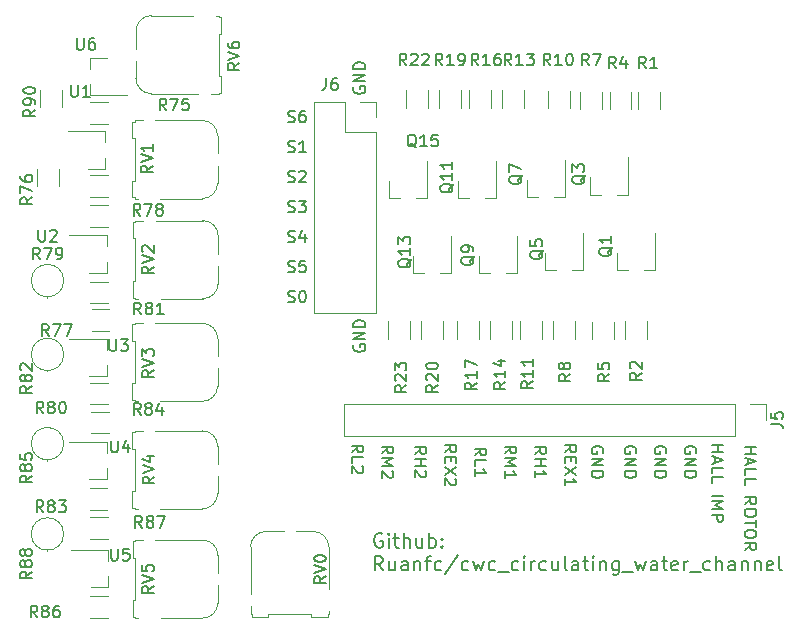
<source format=gbr>
%TF.GenerationSoftware,KiCad,Pcbnew,6.0.0*%
%TF.CreationDate,2022-04-09T17:08:47-03:00*%
%TF.ProjectId,cwc5.5,63776335-2e35-42e6-9b69-6361645f7063,rev?*%
%TF.SameCoordinates,Original*%
%TF.FileFunction,Legend,Top*%
%TF.FilePolarity,Positive*%
%FSLAX46Y46*%
G04 Gerber Fmt 4.6, Leading zero omitted, Abs format (unit mm)*
G04 Created by KiCad (PCBNEW 6.0.0) date 2022-04-09 17:08:47*
%MOMM*%
%LPD*%
G01*
G04 APERTURE LIST*
%ADD10C,0.200000*%
%ADD11C,0.150000*%
%ADD12C,0.120000*%
G04 APERTURE END LIST*
D10*
X30819285Y-44959000D02*
X30705000Y-44901857D01*
X30533571Y-44901857D01*
X30362142Y-44959000D01*
X30247857Y-45073285D01*
X30190714Y-45187571D01*
X30133571Y-45416142D01*
X30133571Y-45587571D01*
X30190714Y-45816142D01*
X30247857Y-45930428D01*
X30362142Y-46044714D01*
X30533571Y-46101857D01*
X30647857Y-46101857D01*
X30819285Y-46044714D01*
X30876428Y-45987571D01*
X30876428Y-45587571D01*
X30647857Y-45587571D01*
X31390714Y-46101857D02*
X31390714Y-45301857D01*
X31390714Y-44901857D02*
X31333571Y-44959000D01*
X31390714Y-45016142D01*
X31447857Y-44959000D01*
X31390714Y-44901857D01*
X31390714Y-45016142D01*
X31790714Y-45301857D02*
X32247857Y-45301857D01*
X31962142Y-44901857D02*
X31962142Y-45930428D01*
X32019285Y-46044714D01*
X32133571Y-46101857D01*
X32247857Y-46101857D01*
X32647857Y-46101857D02*
X32647857Y-44901857D01*
X33162142Y-46101857D02*
X33162142Y-45473285D01*
X33105000Y-45359000D01*
X32990714Y-45301857D01*
X32819285Y-45301857D01*
X32705000Y-45359000D01*
X32647857Y-45416142D01*
X34247857Y-45301857D02*
X34247857Y-46101857D01*
X33733571Y-45301857D02*
X33733571Y-45930428D01*
X33790714Y-46044714D01*
X33905000Y-46101857D01*
X34076428Y-46101857D01*
X34190714Y-46044714D01*
X34247857Y-45987571D01*
X34819285Y-46101857D02*
X34819285Y-44901857D01*
X34819285Y-45359000D02*
X34933571Y-45301857D01*
X35162142Y-45301857D01*
X35276428Y-45359000D01*
X35333571Y-45416142D01*
X35390714Y-45530428D01*
X35390714Y-45873285D01*
X35333571Y-45987571D01*
X35276428Y-46044714D01*
X35162142Y-46101857D01*
X34933571Y-46101857D01*
X34819285Y-46044714D01*
X35905000Y-45987571D02*
X35962142Y-46044714D01*
X35905000Y-46101857D01*
X35847857Y-46044714D01*
X35905000Y-45987571D01*
X35905000Y-46101857D01*
X35905000Y-45359000D02*
X35962142Y-45416142D01*
X35905000Y-45473285D01*
X35847857Y-45416142D01*
X35905000Y-45359000D01*
X35905000Y-45473285D01*
X30876428Y-48033857D02*
X30476428Y-47462428D01*
X30190714Y-48033857D02*
X30190714Y-46833857D01*
X30647857Y-46833857D01*
X30762142Y-46891000D01*
X30819285Y-46948142D01*
X30876428Y-47062428D01*
X30876428Y-47233857D01*
X30819285Y-47348142D01*
X30762142Y-47405285D01*
X30647857Y-47462428D01*
X30190714Y-47462428D01*
X31905000Y-47233857D02*
X31905000Y-48033857D01*
X31390714Y-47233857D02*
X31390714Y-47862428D01*
X31447857Y-47976714D01*
X31562142Y-48033857D01*
X31733571Y-48033857D01*
X31847857Y-47976714D01*
X31905000Y-47919571D01*
X32990714Y-48033857D02*
X32990714Y-47405285D01*
X32933571Y-47291000D01*
X32819285Y-47233857D01*
X32590714Y-47233857D01*
X32476428Y-47291000D01*
X32990714Y-47976714D02*
X32876428Y-48033857D01*
X32590714Y-48033857D01*
X32476428Y-47976714D01*
X32419285Y-47862428D01*
X32419285Y-47748142D01*
X32476428Y-47633857D01*
X32590714Y-47576714D01*
X32876428Y-47576714D01*
X32990714Y-47519571D01*
X33562142Y-47233857D02*
X33562142Y-48033857D01*
X33562142Y-47348142D02*
X33619285Y-47291000D01*
X33733571Y-47233857D01*
X33905000Y-47233857D01*
X34019285Y-47291000D01*
X34076428Y-47405285D01*
X34076428Y-48033857D01*
X34476428Y-47233857D02*
X34933571Y-47233857D01*
X34647857Y-48033857D02*
X34647857Y-47005285D01*
X34705000Y-46891000D01*
X34819285Y-46833857D01*
X34933571Y-46833857D01*
X35847857Y-47976714D02*
X35733571Y-48033857D01*
X35505000Y-48033857D01*
X35390714Y-47976714D01*
X35333571Y-47919571D01*
X35276428Y-47805285D01*
X35276428Y-47462428D01*
X35333571Y-47348142D01*
X35390714Y-47291000D01*
X35505000Y-47233857D01*
X35733571Y-47233857D01*
X35847857Y-47291000D01*
X37219285Y-46776714D02*
X36190714Y-48319571D01*
X38133571Y-47976714D02*
X38019285Y-48033857D01*
X37790714Y-48033857D01*
X37676428Y-47976714D01*
X37619285Y-47919571D01*
X37562142Y-47805285D01*
X37562142Y-47462428D01*
X37619285Y-47348142D01*
X37676428Y-47291000D01*
X37790714Y-47233857D01*
X38019285Y-47233857D01*
X38133571Y-47291000D01*
X38533571Y-47233857D02*
X38762142Y-48033857D01*
X38990714Y-47462428D01*
X39219285Y-48033857D01*
X39447857Y-47233857D01*
X40419285Y-47976714D02*
X40305000Y-48033857D01*
X40076428Y-48033857D01*
X39962142Y-47976714D01*
X39905000Y-47919571D01*
X39847857Y-47805285D01*
X39847857Y-47462428D01*
X39905000Y-47348142D01*
X39962142Y-47291000D01*
X40076428Y-47233857D01*
X40305000Y-47233857D01*
X40419285Y-47291000D01*
X40647857Y-48148142D02*
X41562142Y-48148142D01*
X42362142Y-47976714D02*
X42247857Y-48033857D01*
X42019285Y-48033857D01*
X41905000Y-47976714D01*
X41847857Y-47919571D01*
X41790714Y-47805285D01*
X41790714Y-47462428D01*
X41847857Y-47348142D01*
X41905000Y-47291000D01*
X42019285Y-47233857D01*
X42247857Y-47233857D01*
X42362142Y-47291000D01*
X42876428Y-48033857D02*
X42876428Y-47233857D01*
X42876428Y-46833857D02*
X42819285Y-46891000D01*
X42876428Y-46948142D01*
X42933571Y-46891000D01*
X42876428Y-46833857D01*
X42876428Y-46948142D01*
X43447857Y-48033857D02*
X43447857Y-47233857D01*
X43447857Y-47462428D02*
X43505000Y-47348142D01*
X43562142Y-47291000D01*
X43676428Y-47233857D01*
X43790714Y-47233857D01*
X44705000Y-47976714D02*
X44590714Y-48033857D01*
X44362142Y-48033857D01*
X44247857Y-47976714D01*
X44190714Y-47919571D01*
X44133571Y-47805285D01*
X44133571Y-47462428D01*
X44190714Y-47348142D01*
X44247857Y-47291000D01*
X44362142Y-47233857D01*
X44590714Y-47233857D01*
X44705000Y-47291000D01*
X45733571Y-47233857D02*
X45733571Y-48033857D01*
X45219285Y-47233857D02*
X45219285Y-47862428D01*
X45276428Y-47976714D01*
X45390714Y-48033857D01*
X45562142Y-48033857D01*
X45676428Y-47976714D01*
X45733571Y-47919571D01*
X46476428Y-48033857D02*
X46362142Y-47976714D01*
X46305000Y-47862428D01*
X46305000Y-46833857D01*
X47447857Y-48033857D02*
X47447857Y-47405285D01*
X47390714Y-47291000D01*
X47276428Y-47233857D01*
X47047857Y-47233857D01*
X46933571Y-47291000D01*
X47447857Y-47976714D02*
X47333571Y-48033857D01*
X47047857Y-48033857D01*
X46933571Y-47976714D01*
X46876428Y-47862428D01*
X46876428Y-47748142D01*
X46933571Y-47633857D01*
X47047857Y-47576714D01*
X47333571Y-47576714D01*
X47447857Y-47519571D01*
X47847857Y-47233857D02*
X48305000Y-47233857D01*
X48019285Y-46833857D02*
X48019285Y-47862428D01*
X48076428Y-47976714D01*
X48190714Y-48033857D01*
X48305000Y-48033857D01*
X48705000Y-48033857D02*
X48705000Y-47233857D01*
X48705000Y-46833857D02*
X48647857Y-46891000D01*
X48705000Y-46948142D01*
X48762142Y-46891000D01*
X48705000Y-46833857D01*
X48705000Y-46948142D01*
X49276428Y-47233857D02*
X49276428Y-48033857D01*
X49276428Y-47348142D02*
X49333571Y-47291000D01*
X49447857Y-47233857D01*
X49619285Y-47233857D01*
X49733571Y-47291000D01*
X49790714Y-47405285D01*
X49790714Y-48033857D01*
X50876428Y-47233857D02*
X50876428Y-48205285D01*
X50819285Y-48319571D01*
X50762142Y-48376714D01*
X50647857Y-48433857D01*
X50476428Y-48433857D01*
X50362142Y-48376714D01*
X50876428Y-47976714D02*
X50762142Y-48033857D01*
X50533571Y-48033857D01*
X50419285Y-47976714D01*
X50362142Y-47919571D01*
X50305000Y-47805285D01*
X50305000Y-47462428D01*
X50362142Y-47348142D01*
X50419285Y-47291000D01*
X50533571Y-47233857D01*
X50762142Y-47233857D01*
X50876428Y-47291000D01*
X51162142Y-48148142D02*
X52076428Y-48148142D01*
X52247857Y-47233857D02*
X52476428Y-48033857D01*
X52705000Y-47462428D01*
X52933571Y-48033857D01*
X53162142Y-47233857D01*
X54133571Y-48033857D02*
X54133571Y-47405285D01*
X54076428Y-47291000D01*
X53962142Y-47233857D01*
X53733571Y-47233857D01*
X53619285Y-47291000D01*
X54133571Y-47976714D02*
X54019285Y-48033857D01*
X53733571Y-48033857D01*
X53619285Y-47976714D01*
X53562142Y-47862428D01*
X53562142Y-47748142D01*
X53619285Y-47633857D01*
X53733571Y-47576714D01*
X54019285Y-47576714D01*
X54133571Y-47519571D01*
X54533571Y-47233857D02*
X54990714Y-47233857D01*
X54705000Y-46833857D02*
X54705000Y-47862428D01*
X54762142Y-47976714D01*
X54876428Y-48033857D01*
X54990714Y-48033857D01*
X55847857Y-47976714D02*
X55733571Y-48033857D01*
X55505000Y-48033857D01*
X55390714Y-47976714D01*
X55333571Y-47862428D01*
X55333571Y-47405285D01*
X55390714Y-47291000D01*
X55505000Y-47233857D01*
X55733571Y-47233857D01*
X55847857Y-47291000D01*
X55905000Y-47405285D01*
X55905000Y-47519571D01*
X55333571Y-47633857D01*
X56419285Y-48033857D02*
X56419285Y-47233857D01*
X56419285Y-47462428D02*
X56476428Y-47348142D01*
X56533571Y-47291000D01*
X56647857Y-47233857D01*
X56762142Y-47233857D01*
X56876428Y-48148142D02*
X57790714Y-48148142D01*
X58590714Y-47976714D02*
X58476428Y-48033857D01*
X58247857Y-48033857D01*
X58133571Y-47976714D01*
X58076428Y-47919571D01*
X58019285Y-47805285D01*
X58019285Y-47462428D01*
X58076428Y-47348142D01*
X58133571Y-47291000D01*
X58247857Y-47233857D01*
X58476428Y-47233857D01*
X58590714Y-47291000D01*
X59105000Y-48033857D02*
X59105000Y-46833857D01*
X59619285Y-48033857D02*
X59619285Y-47405285D01*
X59562142Y-47291000D01*
X59447857Y-47233857D01*
X59276428Y-47233857D01*
X59162142Y-47291000D01*
X59105000Y-47348142D01*
X60705000Y-48033857D02*
X60705000Y-47405285D01*
X60647857Y-47291000D01*
X60533571Y-47233857D01*
X60305000Y-47233857D01*
X60190714Y-47291000D01*
X60705000Y-47976714D02*
X60590714Y-48033857D01*
X60305000Y-48033857D01*
X60190714Y-47976714D01*
X60133571Y-47862428D01*
X60133571Y-47748142D01*
X60190714Y-47633857D01*
X60305000Y-47576714D01*
X60590714Y-47576714D01*
X60705000Y-47519571D01*
X61276428Y-47233857D02*
X61276428Y-48033857D01*
X61276428Y-47348142D02*
X61333571Y-47291000D01*
X61447857Y-47233857D01*
X61619285Y-47233857D01*
X61733571Y-47291000D01*
X61790714Y-47405285D01*
X61790714Y-48033857D01*
X62362142Y-47233857D02*
X62362142Y-48033857D01*
X62362142Y-47348142D02*
X62419285Y-47291000D01*
X62533571Y-47233857D01*
X62705000Y-47233857D01*
X62819285Y-47291000D01*
X62876428Y-47405285D01*
X62876428Y-48033857D01*
X63905000Y-47976714D02*
X63790714Y-48033857D01*
X63562142Y-48033857D01*
X63447857Y-47976714D01*
X63390714Y-47862428D01*
X63390714Y-47405285D01*
X63447857Y-47291000D01*
X63562142Y-47233857D01*
X63790714Y-47233857D01*
X63905000Y-47291000D01*
X63962142Y-47405285D01*
X63962142Y-47519571D01*
X63390714Y-47633857D01*
X64647857Y-48033857D02*
X64533571Y-47976714D01*
X64476428Y-47862428D01*
X64476428Y-46833857D01*
D11*
X22860095Y-10056761D02*
X23002952Y-10104380D01*
X23241047Y-10104380D01*
X23336285Y-10056761D01*
X23383904Y-10009142D01*
X23431523Y-9913904D01*
X23431523Y-9818666D01*
X23383904Y-9723428D01*
X23336285Y-9675809D01*
X23241047Y-9628190D01*
X23050571Y-9580571D01*
X22955333Y-9532952D01*
X22907714Y-9485333D01*
X22860095Y-9390095D01*
X22860095Y-9294857D01*
X22907714Y-9199619D01*
X22955333Y-9152000D01*
X23050571Y-9104380D01*
X23288666Y-9104380D01*
X23431523Y-9152000D01*
X24288666Y-9104380D02*
X24098190Y-9104380D01*
X24002952Y-9152000D01*
X23955333Y-9199619D01*
X23860095Y-9342476D01*
X23812476Y-9532952D01*
X23812476Y-9913904D01*
X23860095Y-10009142D01*
X23907714Y-10056761D01*
X24002952Y-10104380D01*
X24193428Y-10104380D01*
X24288666Y-10056761D01*
X24336285Y-10009142D01*
X24383904Y-9913904D01*
X24383904Y-9675809D01*
X24336285Y-9580571D01*
X24288666Y-9532952D01*
X24193428Y-9485333D01*
X24002952Y-9485333D01*
X23907714Y-9532952D01*
X23860095Y-9580571D01*
X23812476Y-9675809D01*
X28456000Y-7111904D02*
X28408380Y-7207142D01*
X28408380Y-7350000D01*
X28456000Y-7492857D01*
X28551238Y-7588095D01*
X28646476Y-7635714D01*
X28836952Y-7683333D01*
X28979809Y-7683333D01*
X29170285Y-7635714D01*
X29265523Y-7588095D01*
X29360761Y-7492857D01*
X29408380Y-7350000D01*
X29408380Y-7254761D01*
X29360761Y-7111904D01*
X29313142Y-7064285D01*
X28979809Y-7064285D01*
X28979809Y-7254761D01*
X29408380Y-6635714D02*
X28408380Y-6635714D01*
X29408380Y-6064285D01*
X28408380Y-6064285D01*
X29408380Y-5588095D02*
X28408380Y-5588095D01*
X28408380Y-5350000D01*
X28456000Y-5207142D01*
X28551238Y-5111904D01*
X28646476Y-5064285D01*
X28836952Y-5016666D01*
X28979809Y-5016666D01*
X29170285Y-5064285D01*
X29265523Y-5111904D01*
X29360761Y-5207142D01*
X29408380Y-5350000D01*
X29408380Y-5588095D01*
X57396000Y-38100095D02*
X57443619Y-38004857D01*
X57443619Y-37862000D01*
X57396000Y-37719142D01*
X57300761Y-37623904D01*
X57205523Y-37576285D01*
X57015047Y-37528666D01*
X56872190Y-37528666D01*
X56681714Y-37576285D01*
X56586476Y-37623904D01*
X56491238Y-37719142D01*
X56443619Y-37862000D01*
X56443619Y-37957238D01*
X56491238Y-38100095D01*
X56538857Y-38147714D01*
X56872190Y-38147714D01*
X56872190Y-37957238D01*
X56443619Y-38576285D02*
X57443619Y-38576285D01*
X56443619Y-39147714D01*
X57443619Y-39147714D01*
X56443619Y-39623904D02*
X57443619Y-39623904D01*
X57443619Y-39862000D01*
X57396000Y-40004857D01*
X57300761Y-40100095D01*
X57205523Y-40147714D01*
X57015047Y-40195333D01*
X56872190Y-40195333D01*
X56681714Y-40147714D01*
X56586476Y-40100095D01*
X56491238Y-40004857D01*
X56443619Y-39862000D01*
X56443619Y-39623904D01*
X46283619Y-38020761D02*
X46759809Y-37687428D01*
X46283619Y-37449333D02*
X47283619Y-37449333D01*
X47283619Y-37830285D01*
X47236000Y-37925523D01*
X47188380Y-37973142D01*
X47093142Y-38020761D01*
X46950285Y-38020761D01*
X46855047Y-37973142D01*
X46807428Y-37925523D01*
X46759809Y-37830285D01*
X46759809Y-37449333D01*
X46807428Y-38449333D02*
X46807428Y-38782666D01*
X46283619Y-38925523D02*
X46283619Y-38449333D01*
X47283619Y-38449333D01*
X47283619Y-38925523D01*
X47283619Y-39258857D02*
X46283619Y-39925523D01*
X47283619Y-39925523D02*
X46283619Y-39258857D01*
X46283619Y-40830285D02*
X46283619Y-40258857D01*
X46283619Y-40544571D02*
X47283619Y-40544571D01*
X47140761Y-40449333D01*
X47045523Y-40354095D01*
X46997904Y-40258857D01*
X49522000Y-38100095D02*
X49569619Y-38004857D01*
X49569619Y-37862000D01*
X49522000Y-37719142D01*
X49426761Y-37623904D01*
X49331523Y-37576285D01*
X49141047Y-37528666D01*
X48998190Y-37528666D01*
X48807714Y-37576285D01*
X48712476Y-37623904D01*
X48617238Y-37719142D01*
X48569619Y-37862000D01*
X48569619Y-37957238D01*
X48617238Y-38100095D01*
X48664857Y-38147714D01*
X48998190Y-38147714D01*
X48998190Y-37957238D01*
X48569619Y-38576285D02*
X49569619Y-38576285D01*
X48569619Y-39147714D01*
X49569619Y-39147714D01*
X48569619Y-39623904D02*
X49569619Y-39623904D01*
X49569619Y-39862000D01*
X49522000Y-40004857D01*
X49426761Y-40100095D01*
X49331523Y-40147714D01*
X49141047Y-40195333D01*
X48998190Y-40195333D01*
X48807714Y-40147714D01*
X48712476Y-40100095D01*
X48617238Y-40004857D01*
X48569619Y-39862000D01*
X48569619Y-39623904D01*
X22860095Y-22756761D02*
X23002952Y-22804380D01*
X23241047Y-22804380D01*
X23336285Y-22756761D01*
X23383904Y-22709142D01*
X23431523Y-22613904D01*
X23431523Y-22518666D01*
X23383904Y-22423428D01*
X23336285Y-22375809D01*
X23241047Y-22328190D01*
X23050571Y-22280571D01*
X22955333Y-22232952D01*
X22907714Y-22185333D01*
X22860095Y-22090095D01*
X22860095Y-21994857D01*
X22907714Y-21899619D01*
X22955333Y-21852000D01*
X23050571Y-21804380D01*
X23288666Y-21804380D01*
X23431523Y-21852000D01*
X24336285Y-21804380D02*
X23860095Y-21804380D01*
X23812476Y-22280571D01*
X23860095Y-22232952D01*
X23955333Y-22185333D01*
X24193428Y-22185333D01*
X24288666Y-22232952D01*
X24336285Y-22280571D01*
X24383904Y-22375809D01*
X24383904Y-22613904D01*
X24336285Y-22709142D01*
X24288666Y-22756761D01*
X24193428Y-22804380D01*
X23955333Y-22804380D01*
X23860095Y-22756761D01*
X23812476Y-22709142D01*
X33583619Y-38171523D02*
X34059809Y-37838190D01*
X33583619Y-37600095D02*
X34583619Y-37600095D01*
X34583619Y-37981047D01*
X34536000Y-38076285D01*
X34488380Y-38123904D01*
X34393142Y-38171523D01*
X34250285Y-38171523D01*
X34155047Y-38123904D01*
X34107428Y-38076285D01*
X34059809Y-37981047D01*
X34059809Y-37600095D01*
X33583619Y-38600095D02*
X34583619Y-38600095D01*
X34107428Y-38600095D02*
X34107428Y-39171523D01*
X33583619Y-39171523D02*
X34583619Y-39171523D01*
X34488380Y-39600095D02*
X34536000Y-39647714D01*
X34583619Y-39742952D01*
X34583619Y-39981047D01*
X34536000Y-40076285D01*
X34488380Y-40123904D01*
X34393142Y-40171523D01*
X34297904Y-40171523D01*
X34155047Y-40123904D01*
X33583619Y-39552476D01*
X33583619Y-40171523D01*
X28249619Y-38036571D02*
X28725809Y-37703238D01*
X28249619Y-37465142D02*
X29249619Y-37465142D01*
X29249619Y-37846095D01*
X29202000Y-37941333D01*
X29154380Y-37988952D01*
X29059142Y-38036571D01*
X28916285Y-38036571D01*
X28821047Y-37988952D01*
X28773428Y-37941333D01*
X28725809Y-37846095D01*
X28725809Y-37465142D01*
X28249619Y-38941333D02*
X28249619Y-38465142D01*
X29249619Y-38465142D01*
X29154380Y-39227047D02*
X29202000Y-39274666D01*
X29249619Y-39369904D01*
X29249619Y-39608000D01*
X29202000Y-39703238D01*
X29154380Y-39750857D01*
X29059142Y-39798476D01*
X28963904Y-39798476D01*
X28821047Y-39750857D01*
X28249619Y-39179428D01*
X28249619Y-39798476D01*
X38663619Y-38290571D02*
X39139809Y-37957238D01*
X38663619Y-37719142D02*
X39663619Y-37719142D01*
X39663619Y-38100095D01*
X39616000Y-38195333D01*
X39568380Y-38242952D01*
X39473142Y-38290571D01*
X39330285Y-38290571D01*
X39235047Y-38242952D01*
X39187428Y-38195333D01*
X39139809Y-38100095D01*
X39139809Y-37719142D01*
X38663619Y-39195333D02*
X38663619Y-38719142D01*
X39663619Y-38719142D01*
X38663619Y-40052476D02*
X38663619Y-39481047D01*
X38663619Y-39766761D02*
X39663619Y-39766761D01*
X39520761Y-39671523D01*
X39425523Y-39576285D01*
X39377904Y-39481047D01*
X36123619Y-38020761D02*
X36599809Y-37687428D01*
X36123619Y-37449333D02*
X37123619Y-37449333D01*
X37123619Y-37830285D01*
X37076000Y-37925523D01*
X37028380Y-37973142D01*
X36933142Y-38020761D01*
X36790285Y-38020761D01*
X36695047Y-37973142D01*
X36647428Y-37925523D01*
X36599809Y-37830285D01*
X36599809Y-37449333D01*
X36647428Y-38449333D02*
X36647428Y-38782666D01*
X36123619Y-38925523D02*
X36123619Y-38449333D01*
X37123619Y-38449333D01*
X37123619Y-38925523D01*
X37123619Y-39258857D02*
X36123619Y-39925523D01*
X37123619Y-39925523D02*
X36123619Y-39258857D01*
X37028380Y-40258857D02*
X37076000Y-40306476D01*
X37123619Y-40401714D01*
X37123619Y-40639809D01*
X37076000Y-40735047D01*
X37028380Y-40782666D01*
X36933142Y-40830285D01*
X36837904Y-40830285D01*
X36695047Y-40782666D01*
X36123619Y-40211238D01*
X36123619Y-40830285D01*
X22860095Y-20216761D02*
X23002952Y-20264380D01*
X23241047Y-20264380D01*
X23336285Y-20216761D01*
X23383904Y-20169142D01*
X23431523Y-20073904D01*
X23431523Y-19978666D01*
X23383904Y-19883428D01*
X23336285Y-19835809D01*
X23241047Y-19788190D01*
X23050571Y-19740571D01*
X22955333Y-19692952D01*
X22907714Y-19645333D01*
X22860095Y-19550095D01*
X22860095Y-19454857D01*
X22907714Y-19359619D01*
X22955333Y-19312000D01*
X23050571Y-19264380D01*
X23288666Y-19264380D01*
X23431523Y-19312000D01*
X24288666Y-19597714D02*
X24288666Y-20264380D01*
X24050571Y-19216761D02*
X23812476Y-19931047D01*
X24431523Y-19931047D01*
X22860095Y-25296761D02*
X23002952Y-25344380D01*
X23241047Y-25344380D01*
X23336285Y-25296761D01*
X23383904Y-25249142D01*
X23431523Y-25153904D01*
X23431523Y-25058666D01*
X23383904Y-24963428D01*
X23336285Y-24915809D01*
X23241047Y-24868190D01*
X23050571Y-24820571D01*
X22955333Y-24772952D01*
X22907714Y-24725333D01*
X22860095Y-24630095D01*
X22860095Y-24534857D01*
X22907714Y-24439619D01*
X22955333Y-24392000D01*
X23050571Y-24344380D01*
X23288666Y-24344380D01*
X23431523Y-24392000D01*
X24050571Y-24344380D02*
X24145809Y-24344380D01*
X24241047Y-24392000D01*
X24288666Y-24439619D01*
X24336285Y-24534857D01*
X24383904Y-24725333D01*
X24383904Y-24963428D01*
X24336285Y-25153904D01*
X24288666Y-25249142D01*
X24241047Y-25296761D01*
X24145809Y-25344380D01*
X24050571Y-25344380D01*
X23955333Y-25296761D01*
X23907714Y-25249142D01*
X23860095Y-25153904D01*
X23812476Y-24963428D01*
X23812476Y-24725333D01*
X23860095Y-24534857D01*
X23907714Y-24439619D01*
X23955333Y-24392000D01*
X24050571Y-24344380D01*
X22860095Y-15136761D02*
X23002952Y-15184380D01*
X23241047Y-15184380D01*
X23336285Y-15136761D01*
X23383904Y-15089142D01*
X23431523Y-14993904D01*
X23431523Y-14898666D01*
X23383904Y-14803428D01*
X23336285Y-14755809D01*
X23241047Y-14708190D01*
X23050571Y-14660571D01*
X22955333Y-14612952D01*
X22907714Y-14565333D01*
X22860095Y-14470095D01*
X22860095Y-14374857D01*
X22907714Y-14279619D01*
X22955333Y-14232000D01*
X23050571Y-14184380D01*
X23288666Y-14184380D01*
X23431523Y-14232000D01*
X23812476Y-14279619D02*
X23860095Y-14232000D01*
X23955333Y-14184380D01*
X24193428Y-14184380D01*
X24288666Y-14232000D01*
X24336285Y-14279619D01*
X24383904Y-14374857D01*
X24383904Y-14470095D01*
X24336285Y-14612952D01*
X23764857Y-15184380D01*
X24383904Y-15184380D01*
X30789619Y-38123904D02*
X31265809Y-37790571D01*
X30789619Y-37552476D02*
X31789619Y-37552476D01*
X31789619Y-37933428D01*
X31742000Y-38028666D01*
X31694380Y-38076285D01*
X31599142Y-38123904D01*
X31456285Y-38123904D01*
X31361047Y-38076285D01*
X31313428Y-38028666D01*
X31265809Y-37933428D01*
X31265809Y-37552476D01*
X30789619Y-38552476D02*
X31789619Y-38552476D01*
X31075333Y-38885809D01*
X31789619Y-39219142D01*
X30789619Y-39219142D01*
X31694380Y-39647714D02*
X31742000Y-39695333D01*
X31789619Y-39790571D01*
X31789619Y-40028666D01*
X31742000Y-40123904D01*
X31694380Y-40171523D01*
X31599142Y-40219142D01*
X31503904Y-40219142D01*
X31361047Y-40171523D01*
X30789619Y-39600095D01*
X30789619Y-40219142D01*
X52316000Y-38100095D02*
X52363619Y-38004857D01*
X52363619Y-37862000D01*
X52316000Y-37719142D01*
X52220761Y-37623904D01*
X52125523Y-37576285D01*
X51935047Y-37528666D01*
X51792190Y-37528666D01*
X51601714Y-37576285D01*
X51506476Y-37623904D01*
X51411238Y-37719142D01*
X51363619Y-37862000D01*
X51363619Y-37957238D01*
X51411238Y-38100095D01*
X51458857Y-38147714D01*
X51792190Y-38147714D01*
X51792190Y-37957238D01*
X51363619Y-38576285D02*
X52363619Y-38576285D01*
X51363619Y-39147714D01*
X52363619Y-39147714D01*
X51363619Y-39623904D02*
X52363619Y-39623904D01*
X52363619Y-39862000D01*
X52316000Y-40004857D01*
X52220761Y-40100095D01*
X52125523Y-40147714D01*
X51935047Y-40195333D01*
X51792190Y-40195333D01*
X51601714Y-40147714D01*
X51506476Y-40100095D01*
X51411238Y-40004857D01*
X51363619Y-39862000D01*
X51363619Y-39623904D01*
X43743619Y-38171523D02*
X44219809Y-37838190D01*
X43743619Y-37600095D02*
X44743619Y-37600095D01*
X44743619Y-37981047D01*
X44696000Y-38076285D01*
X44648380Y-38123904D01*
X44553142Y-38171523D01*
X44410285Y-38171523D01*
X44315047Y-38123904D01*
X44267428Y-38076285D01*
X44219809Y-37981047D01*
X44219809Y-37600095D01*
X43743619Y-38600095D02*
X44743619Y-38600095D01*
X44267428Y-38600095D02*
X44267428Y-39171523D01*
X43743619Y-39171523D02*
X44743619Y-39171523D01*
X43743619Y-40171523D02*
X43743619Y-39600095D01*
X43743619Y-39885809D02*
X44743619Y-39885809D01*
X44600761Y-39790571D01*
X44505523Y-39695333D01*
X44457904Y-39600095D01*
X58729619Y-37425714D02*
X59729619Y-37425714D01*
X59253428Y-37425714D02*
X59253428Y-37997142D01*
X58729619Y-37997142D02*
X59729619Y-37997142D01*
X59015333Y-38425714D02*
X59015333Y-38901904D01*
X58729619Y-38330476D02*
X59729619Y-38663809D01*
X58729619Y-38997142D01*
X58729619Y-39806666D02*
X58729619Y-39330476D01*
X59729619Y-39330476D01*
X58729619Y-40616190D02*
X58729619Y-40140000D01*
X59729619Y-40140000D01*
X58729619Y-41711428D02*
X59729619Y-41711428D01*
X58729619Y-42187619D02*
X59729619Y-42187619D01*
X59015333Y-42520952D01*
X59729619Y-42854285D01*
X58729619Y-42854285D01*
X58729619Y-43330476D02*
X59729619Y-43330476D01*
X59729619Y-43711428D01*
X59682000Y-43806666D01*
X59634380Y-43854285D01*
X59539142Y-43901904D01*
X59396285Y-43901904D01*
X59301047Y-43854285D01*
X59253428Y-43806666D01*
X59205809Y-43711428D01*
X59205809Y-43330476D01*
X22860095Y-17676761D02*
X23002952Y-17724380D01*
X23241047Y-17724380D01*
X23336285Y-17676761D01*
X23383904Y-17629142D01*
X23431523Y-17533904D01*
X23431523Y-17438666D01*
X23383904Y-17343428D01*
X23336285Y-17295809D01*
X23241047Y-17248190D01*
X23050571Y-17200571D01*
X22955333Y-17152952D01*
X22907714Y-17105333D01*
X22860095Y-17010095D01*
X22860095Y-16914857D01*
X22907714Y-16819619D01*
X22955333Y-16772000D01*
X23050571Y-16724380D01*
X23288666Y-16724380D01*
X23431523Y-16772000D01*
X23764857Y-16724380D02*
X24383904Y-16724380D01*
X24050571Y-17105333D01*
X24193428Y-17105333D01*
X24288666Y-17152952D01*
X24336285Y-17200571D01*
X24383904Y-17295809D01*
X24383904Y-17533904D01*
X24336285Y-17629142D01*
X24288666Y-17676761D01*
X24193428Y-17724380D01*
X23907714Y-17724380D01*
X23812476Y-17676761D01*
X23764857Y-17629142D01*
X54856000Y-38100095D02*
X54903619Y-38004857D01*
X54903619Y-37862000D01*
X54856000Y-37719142D01*
X54760761Y-37623904D01*
X54665523Y-37576285D01*
X54475047Y-37528666D01*
X54332190Y-37528666D01*
X54141714Y-37576285D01*
X54046476Y-37623904D01*
X53951238Y-37719142D01*
X53903619Y-37862000D01*
X53903619Y-37957238D01*
X53951238Y-38100095D01*
X53998857Y-38147714D01*
X54332190Y-38147714D01*
X54332190Y-37957238D01*
X53903619Y-38576285D02*
X54903619Y-38576285D01*
X53903619Y-39147714D01*
X54903619Y-39147714D01*
X53903619Y-39623904D02*
X54903619Y-39623904D01*
X54903619Y-39862000D01*
X54856000Y-40004857D01*
X54760761Y-40100095D01*
X54665523Y-40147714D01*
X54475047Y-40195333D01*
X54332190Y-40195333D01*
X54141714Y-40147714D01*
X54046476Y-40100095D01*
X53951238Y-40004857D01*
X53903619Y-39862000D01*
X53903619Y-39623904D01*
X28456000Y-28955904D02*
X28408380Y-29051142D01*
X28408380Y-29194000D01*
X28456000Y-29336857D01*
X28551238Y-29432095D01*
X28646476Y-29479714D01*
X28836952Y-29527333D01*
X28979809Y-29527333D01*
X29170285Y-29479714D01*
X29265523Y-29432095D01*
X29360761Y-29336857D01*
X29408380Y-29194000D01*
X29408380Y-29098761D01*
X29360761Y-28955904D01*
X29313142Y-28908285D01*
X28979809Y-28908285D01*
X28979809Y-29098761D01*
X29408380Y-28479714D02*
X28408380Y-28479714D01*
X29408380Y-27908285D01*
X28408380Y-27908285D01*
X29408380Y-27432095D02*
X28408380Y-27432095D01*
X28408380Y-27194000D01*
X28456000Y-27051142D01*
X28551238Y-26955904D01*
X28646476Y-26908285D01*
X28836952Y-26860666D01*
X28979809Y-26860666D01*
X29170285Y-26908285D01*
X29265523Y-26955904D01*
X29360761Y-27051142D01*
X29408380Y-27194000D01*
X29408380Y-27432095D01*
X22860095Y-12596761D02*
X23002952Y-12644380D01*
X23241047Y-12644380D01*
X23336285Y-12596761D01*
X23383904Y-12549142D01*
X23431523Y-12453904D01*
X23431523Y-12358666D01*
X23383904Y-12263428D01*
X23336285Y-12215809D01*
X23241047Y-12168190D01*
X23050571Y-12120571D01*
X22955333Y-12072952D01*
X22907714Y-12025333D01*
X22860095Y-11930095D01*
X22860095Y-11834857D01*
X22907714Y-11739619D01*
X22955333Y-11692000D01*
X23050571Y-11644380D01*
X23288666Y-11644380D01*
X23431523Y-11692000D01*
X24383904Y-12644380D02*
X23812476Y-12644380D01*
X24098190Y-12644380D02*
X24098190Y-11644380D01*
X24002952Y-11787238D01*
X23907714Y-11882476D01*
X23812476Y-11930095D01*
X61523619Y-37576666D02*
X62523619Y-37576666D01*
X62047428Y-37576666D02*
X62047428Y-38148095D01*
X61523619Y-38148095D02*
X62523619Y-38148095D01*
X61809333Y-38576666D02*
X61809333Y-39052857D01*
X61523619Y-38481428D02*
X62523619Y-38814761D01*
X61523619Y-39148095D01*
X61523619Y-39957619D02*
X61523619Y-39481428D01*
X62523619Y-39481428D01*
X61523619Y-40767142D02*
X61523619Y-40290952D01*
X62523619Y-40290952D01*
X61523619Y-42433809D02*
X61999809Y-42100476D01*
X61523619Y-41862380D02*
X62523619Y-41862380D01*
X62523619Y-42243333D01*
X62476000Y-42338571D01*
X62428380Y-42386190D01*
X62333142Y-42433809D01*
X62190285Y-42433809D01*
X62095047Y-42386190D01*
X62047428Y-42338571D01*
X61999809Y-42243333D01*
X61999809Y-41862380D01*
X62523619Y-43052857D02*
X62523619Y-43243333D01*
X62476000Y-43338571D01*
X62380761Y-43433809D01*
X62190285Y-43481428D01*
X61856952Y-43481428D01*
X61666476Y-43433809D01*
X61571238Y-43338571D01*
X61523619Y-43243333D01*
X61523619Y-43052857D01*
X61571238Y-42957619D01*
X61666476Y-42862380D01*
X61856952Y-42814761D01*
X62190285Y-42814761D01*
X62380761Y-42862380D01*
X62476000Y-42957619D01*
X62523619Y-43052857D01*
X62523619Y-43767142D02*
X62523619Y-44338571D01*
X61523619Y-44052857D02*
X62523619Y-44052857D01*
X62523619Y-44862380D02*
X62523619Y-45052857D01*
X62476000Y-45148095D01*
X62380761Y-45243333D01*
X62190285Y-45290952D01*
X61856952Y-45290952D01*
X61666476Y-45243333D01*
X61571238Y-45148095D01*
X61523619Y-45052857D01*
X61523619Y-44862380D01*
X61571238Y-44767142D01*
X61666476Y-44671904D01*
X61856952Y-44624285D01*
X62190285Y-44624285D01*
X62380761Y-44671904D01*
X62476000Y-44767142D01*
X62523619Y-44862380D01*
X61523619Y-46290952D02*
X61999809Y-45957619D01*
X61523619Y-45719523D02*
X62523619Y-45719523D01*
X62523619Y-46100476D01*
X62476000Y-46195714D01*
X62428380Y-46243333D01*
X62333142Y-46290952D01*
X62190285Y-46290952D01*
X62095047Y-46243333D01*
X62047428Y-46195714D01*
X61999809Y-46100476D01*
X61999809Y-45719523D01*
X41203619Y-38123904D02*
X41679809Y-37790571D01*
X41203619Y-37552476D02*
X42203619Y-37552476D01*
X42203619Y-37933428D01*
X42156000Y-38028666D01*
X42108380Y-38076285D01*
X42013142Y-38123904D01*
X41870285Y-38123904D01*
X41775047Y-38076285D01*
X41727428Y-38028666D01*
X41679809Y-37933428D01*
X41679809Y-37552476D01*
X41203619Y-38552476D02*
X42203619Y-38552476D01*
X41489333Y-38885809D01*
X42203619Y-39219142D01*
X41203619Y-39219142D01*
X41203619Y-40219142D02*
X41203619Y-39647714D01*
X41203619Y-39933428D02*
X42203619Y-39933428D01*
X42060761Y-39838190D01*
X41965523Y-39742952D01*
X41917904Y-39647714D01*
%TO.C,R13*%
X41775142Y-5278380D02*
X41441809Y-4802190D01*
X41203714Y-5278380D02*
X41203714Y-4278380D01*
X41584666Y-4278380D01*
X41679904Y-4326000D01*
X41727523Y-4373619D01*
X41775142Y-4468857D01*
X41775142Y-4611714D01*
X41727523Y-4706952D01*
X41679904Y-4754571D01*
X41584666Y-4802190D01*
X41203714Y-4802190D01*
X42727523Y-5278380D02*
X42156095Y-5278380D01*
X42441809Y-5278380D02*
X42441809Y-4278380D01*
X42346571Y-4421238D01*
X42251333Y-4516476D01*
X42156095Y-4564095D01*
X43060857Y-4278380D02*
X43679904Y-4278380D01*
X43346571Y-4659333D01*
X43489428Y-4659333D01*
X43584666Y-4706952D01*
X43632285Y-4754571D01*
X43679904Y-4849809D01*
X43679904Y-5087904D01*
X43632285Y-5183142D01*
X43584666Y-5230761D01*
X43489428Y-5278380D01*
X43203714Y-5278380D01*
X43108476Y-5230761D01*
X43060857Y-5183142D01*
%TO.C,Q7*%
X42711619Y-14573238D02*
X42664000Y-14668476D01*
X42568761Y-14763714D01*
X42425904Y-14906571D01*
X42378285Y-15001809D01*
X42378285Y-15097047D01*
X42616380Y-15049428D02*
X42568761Y-15144666D01*
X42473523Y-15239904D01*
X42283047Y-15287523D01*
X41949714Y-15287523D01*
X41759238Y-15239904D01*
X41664000Y-15144666D01*
X41616380Y-15049428D01*
X41616380Y-14858952D01*
X41664000Y-14763714D01*
X41759238Y-14668476D01*
X41949714Y-14620857D01*
X42283047Y-14620857D01*
X42473523Y-14668476D01*
X42568761Y-14763714D01*
X42616380Y-14858952D01*
X42616380Y-15049428D01*
X41616380Y-14287523D02*
X41616380Y-13620857D01*
X42616380Y-14049428D01*
%TO.C,U3*%
X7738095Y-28452380D02*
X7738095Y-29261904D01*
X7785714Y-29357142D01*
X7833333Y-29404761D01*
X7928571Y-29452380D01*
X8119047Y-29452380D01*
X8214285Y-29404761D01*
X8261904Y-29357142D01*
X8309523Y-29261904D01*
X8309523Y-28452380D01*
X8690476Y-28452380D02*
X9309523Y-28452380D01*
X8976190Y-28833333D01*
X9119047Y-28833333D01*
X9214285Y-28880952D01*
X9261904Y-28928571D01*
X9309523Y-29023809D01*
X9309523Y-29261904D01*
X9261904Y-29357142D01*
X9214285Y-29404761D01*
X9119047Y-29452380D01*
X8833333Y-29452380D01*
X8738095Y-29404761D01*
X8690476Y-29357142D01*
%TO.C,J5*%
X63758380Y-35639333D02*
X64472666Y-35639333D01*
X64615523Y-35686952D01*
X64710761Y-35782190D01*
X64758380Y-35925047D01*
X64758380Y-36020285D01*
X63758380Y-34686952D02*
X63758380Y-35163142D01*
X64234571Y-35210761D01*
X64186952Y-35163142D01*
X64139333Y-35067904D01*
X64139333Y-34829809D01*
X64186952Y-34734571D01*
X64234571Y-34686952D01*
X64329809Y-34639333D01*
X64567904Y-34639333D01*
X64663142Y-34686952D01*
X64710761Y-34734571D01*
X64758380Y-34829809D01*
X64758380Y-35067904D01*
X64710761Y-35163142D01*
X64663142Y-35210761D01*
%TO.C,U6*%
X4988095Y-2952380D02*
X4988095Y-3761904D01*
X5035714Y-3857142D01*
X5083333Y-3904761D01*
X5178571Y-3952380D01*
X5369047Y-3952380D01*
X5464285Y-3904761D01*
X5511904Y-3857142D01*
X5559523Y-3761904D01*
X5559523Y-2952380D01*
X6464285Y-2952380D02*
X6273809Y-2952380D01*
X6178571Y-3000000D01*
X6130952Y-3047619D01*
X6035714Y-3190476D01*
X5988095Y-3380952D01*
X5988095Y-3761904D01*
X6035714Y-3857142D01*
X6083333Y-3904761D01*
X6178571Y-3952380D01*
X6369047Y-3952380D01*
X6464285Y-3904761D01*
X6511904Y-3857142D01*
X6559523Y-3761904D01*
X6559523Y-3523809D01*
X6511904Y-3428571D01*
X6464285Y-3380952D01*
X6369047Y-3333333D01*
X6178571Y-3333333D01*
X6083333Y-3380952D01*
X6035714Y-3428571D01*
X5988095Y-3523809D01*
%TO.C,R17*%
X38831780Y-32138857D02*
X38355590Y-32472190D01*
X38831780Y-32710285D02*
X37831780Y-32710285D01*
X37831780Y-32329333D01*
X37879400Y-32234095D01*
X37927019Y-32186476D01*
X38022257Y-32138857D01*
X38165114Y-32138857D01*
X38260352Y-32186476D01*
X38307971Y-32234095D01*
X38355590Y-32329333D01*
X38355590Y-32710285D01*
X38831780Y-31186476D02*
X38831780Y-31757904D01*
X38831780Y-31472190D02*
X37831780Y-31472190D01*
X37974638Y-31567428D01*
X38069876Y-31662666D01*
X38117495Y-31757904D01*
X37831780Y-30853142D02*
X37831780Y-30186476D01*
X38831780Y-30615047D01*
%TO.C,R7*%
X48347333Y-5278380D02*
X48014000Y-4802190D01*
X47775904Y-5278380D02*
X47775904Y-4278380D01*
X48156857Y-4278380D01*
X48252095Y-4326000D01*
X48299714Y-4373619D01*
X48347333Y-4468857D01*
X48347333Y-4611714D01*
X48299714Y-4706952D01*
X48252095Y-4754571D01*
X48156857Y-4802190D01*
X47775904Y-4802190D01*
X48680666Y-4278380D02*
X49347333Y-4278380D01*
X48918761Y-5278380D01*
%TO.C,RV6*%
X18752380Y-5070238D02*
X18276190Y-5403571D01*
X18752380Y-5641666D02*
X17752380Y-5641666D01*
X17752380Y-5260714D01*
X17800000Y-5165476D01*
X17847619Y-5117857D01*
X17942857Y-5070238D01*
X18085714Y-5070238D01*
X18180952Y-5117857D01*
X18228571Y-5165476D01*
X18276190Y-5260714D01*
X18276190Y-5641666D01*
X17752380Y-4784523D02*
X18752380Y-4451190D01*
X17752380Y-4117857D01*
X17752380Y-3355952D02*
X17752380Y-3546428D01*
X17800000Y-3641666D01*
X17847619Y-3689285D01*
X17990476Y-3784523D01*
X18180952Y-3832142D01*
X18561904Y-3832142D01*
X18657142Y-3784523D01*
X18704761Y-3736904D01*
X18752380Y-3641666D01*
X18752380Y-3451190D01*
X18704761Y-3355952D01*
X18657142Y-3308333D01*
X18561904Y-3260714D01*
X18323809Y-3260714D01*
X18228571Y-3308333D01*
X18180952Y-3355952D01*
X18133333Y-3451190D01*
X18133333Y-3641666D01*
X18180952Y-3736904D01*
X18228571Y-3784523D01*
X18323809Y-3832142D01*
%TO.C,R10*%
X45077142Y-5278380D02*
X44743809Y-4802190D01*
X44505714Y-5278380D02*
X44505714Y-4278380D01*
X44886666Y-4278380D01*
X44981904Y-4326000D01*
X45029523Y-4373619D01*
X45077142Y-4468857D01*
X45077142Y-4611714D01*
X45029523Y-4706952D01*
X44981904Y-4754571D01*
X44886666Y-4802190D01*
X44505714Y-4802190D01*
X46029523Y-5278380D02*
X45458095Y-5278380D01*
X45743809Y-5278380D02*
X45743809Y-4278380D01*
X45648571Y-4421238D01*
X45553333Y-4516476D01*
X45458095Y-4564095D01*
X46648571Y-4278380D02*
X46743809Y-4278380D01*
X46839047Y-4326000D01*
X46886666Y-4373619D01*
X46934285Y-4468857D01*
X46981904Y-4659333D01*
X46981904Y-4897428D01*
X46934285Y-5087904D01*
X46886666Y-5183142D01*
X46839047Y-5230761D01*
X46743809Y-5278380D01*
X46648571Y-5278380D01*
X46553333Y-5230761D01*
X46505714Y-5183142D01*
X46458095Y-5087904D01*
X46410476Y-4897428D01*
X46410476Y-4659333D01*
X46458095Y-4468857D01*
X46505714Y-4373619D01*
X46553333Y-4326000D01*
X46648571Y-4278380D01*
%TO.C,RV5*%
X11477380Y-49370238D02*
X11001190Y-49703571D01*
X11477380Y-49941666D02*
X10477380Y-49941666D01*
X10477380Y-49560714D01*
X10525000Y-49465476D01*
X10572619Y-49417857D01*
X10667857Y-49370238D01*
X10810714Y-49370238D01*
X10905952Y-49417857D01*
X10953571Y-49465476D01*
X11001190Y-49560714D01*
X11001190Y-49941666D01*
X10477380Y-49084523D02*
X11477380Y-48751190D01*
X10477380Y-48417857D01*
X10477380Y-47608333D02*
X10477380Y-48084523D01*
X10953571Y-48132142D01*
X10905952Y-48084523D01*
X10858333Y-47989285D01*
X10858333Y-47751190D01*
X10905952Y-47655952D01*
X10953571Y-47608333D01*
X11048809Y-47560714D01*
X11286904Y-47560714D01*
X11382142Y-47608333D01*
X11429761Y-47655952D01*
X11477380Y-47751190D01*
X11477380Y-47989285D01*
X11429761Y-48084523D01*
X11382142Y-48132142D01*
%TO.C,R82*%
X1174380Y-32424857D02*
X698190Y-32758190D01*
X1174380Y-32996285D02*
X174380Y-32996285D01*
X174380Y-32615333D01*
X221999Y-32520095D01*
X269619Y-32472476D01*
X364857Y-32424857D01*
X507714Y-32424857D01*
X602952Y-32472476D01*
X650571Y-32520095D01*
X698190Y-32615333D01*
X698190Y-32996285D01*
X602952Y-31853428D02*
X555333Y-31948666D01*
X507714Y-31996285D01*
X412476Y-32043904D01*
X364857Y-32043904D01*
X269619Y-31996285D01*
X222000Y-31948666D01*
X174380Y-31853428D01*
X174380Y-31662952D01*
X222000Y-31567714D01*
X269619Y-31520095D01*
X364857Y-31472476D01*
X412476Y-31472476D01*
X507714Y-31520095D01*
X555333Y-31567714D01*
X602952Y-31662952D01*
X602952Y-31853428D01*
X650571Y-31948666D01*
X698190Y-31996285D01*
X793428Y-32043904D01*
X983904Y-32043904D01*
X1079142Y-31996285D01*
X1126761Y-31948666D01*
X1174380Y-31853428D01*
X1174380Y-31662952D01*
X1126761Y-31567714D01*
X1079142Y-31520095D01*
X983904Y-31472476D01*
X793428Y-31472476D01*
X698190Y-31520095D01*
X650571Y-31567714D01*
X602952Y-31662952D01*
X269619Y-31091523D02*
X222000Y-31043904D01*
X174380Y-30948666D01*
X174380Y-30710571D01*
X222000Y-30615333D01*
X269619Y-30567714D01*
X364857Y-30520095D01*
X460095Y-30520095D01*
X602952Y-30567714D01*
X1174380Y-31139142D01*
X1174380Y-30520095D01*
%TO.C,R83*%
X2151142Y-43112780D02*
X1817809Y-42636590D01*
X1579714Y-43112780D02*
X1579714Y-42112780D01*
X1960666Y-42112780D01*
X2055904Y-42160400D01*
X2103523Y-42208019D01*
X2151142Y-42303257D01*
X2151142Y-42446114D01*
X2103523Y-42541352D01*
X2055904Y-42588971D01*
X1960666Y-42636590D01*
X1579714Y-42636590D01*
X2722571Y-42541352D02*
X2627333Y-42493733D01*
X2579714Y-42446114D01*
X2532095Y-42350876D01*
X2532095Y-42303257D01*
X2579714Y-42208019D01*
X2627333Y-42160400D01*
X2722571Y-42112780D01*
X2913047Y-42112780D01*
X3008285Y-42160400D01*
X3055904Y-42208019D01*
X3103523Y-42303257D01*
X3103523Y-42350876D01*
X3055904Y-42446114D01*
X3008285Y-42493733D01*
X2913047Y-42541352D01*
X2722571Y-42541352D01*
X2627333Y-42588971D01*
X2579714Y-42636590D01*
X2532095Y-42731828D01*
X2532095Y-42922304D01*
X2579714Y-43017542D01*
X2627333Y-43065161D01*
X2722571Y-43112780D01*
X2913047Y-43112780D01*
X3008285Y-43065161D01*
X3055904Y-43017542D01*
X3103523Y-42922304D01*
X3103523Y-42731828D01*
X3055904Y-42636590D01*
X3008285Y-42588971D01*
X2913047Y-42541352D01*
X3436857Y-42112780D02*
X4055904Y-42112780D01*
X3722571Y-42493733D01*
X3865428Y-42493733D01*
X3960666Y-42541352D01*
X4008285Y-42588971D01*
X4055904Y-42684209D01*
X4055904Y-42922304D01*
X4008285Y-43017542D01*
X3960666Y-43065161D01*
X3865428Y-43112780D01*
X3579714Y-43112780D01*
X3484476Y-43065161D01*
X3436857Y-43017542D01*
%TO.C,R75*%
X12565142Y-9088380D02*
X12231809Y-8612190D01*
X11993714Y-9088380D02*
X11993714Y-8088380D01*
X12374666Y-8088380D01*
X12469904Y-8136000D01*
X12517523Y-8183619D01*
X12565142Y-8278857D01*
X12565142Y-8421714D01*
X12517523Y-8516952D01*
X12469904Y-8564571D01*
X12374666Y-8612190D01*
X11993714Y-8612190D01*
X12898476Y-8088380D02*
X13565142Y-8088380D01*
X13136571Y-9088380D01*
X14422285Y-8088380D02*
X13946095Y-8088380D01*
X13898476Y-8564571D01*
X13946095Y-8516952D01*
X14041333Y-8469333D01*
X14279428Y-8469333D01*
X14374666Y-8516952D01*
X14422285Y-8564571D01*
X14469904Y-8659809D01*
X14469904Y-8897904D01*
X14422285Y-8993142D01*
X14374666Y-9040761D01*
X14279428Y-9088380D01*
X14041333Y-9088380D01*
X13946095Y-9040761D01*
X13898476Y-8993142D01*
%TO.C,R1*%
X53173333Y-5532380D02*
X52840000Y-5056190D01*
X52601904Y-5532380D02*
X52601904Y-4532380D01*
X52982857Y-4532380D01*
X53078095Y-4580000D01*
X53125714Y-4627619D01*
X53173333Y-4722857D01*
X53173333Y-4865714D01*
X53125714Y-4960952D01*
X53078095Y-5008571D01*
X52982857Y-5056190D01*
X52601904Y-5056190D01*
X54125714Y-5532380D02*
X53554285Y-5532380D01*
X53840000Y-5532380D02*
X53840000Y-4532380D01*
X53744761Y-4675238D01*
X53649523Y-4770476D01*
X53554285Y-4818095D01*
%TO.C,R85*%
X1174380Y-40012857D02*
X698190Y-40346190D01*
X1174380Y-40584285D02*
X174380Y-40584285D01*
X174380Y-40203333D01*
X221999Y-40108095D01*
X269619Y-40060476D01*
X364857Y-40012857D01*
X507714Y-40012857D01*
X602952Y-40060476D01*
X650571Y-40108095D01*
X698190Y-40203333D01*
X698190Y-40584285D01*
X602952Y-39441428D02*
X555333Y-39536666D01*
X507714Y-39584285D01*
X412476Y-39631904D01*
X364857Y-39631904D01*
X269619Y-39584285D01*
X222000Y-39536666D01*
X174380Y-39441428D01*
X174380Y-39250952D01*
X222000Y-39155714D01*
X269619Y-39108095D01*
X364857Y-39060476D01*
X412476Y-39060476D01*
X507714Y-39108095D01*
X555333Y-39155714D01*
X602952Y-39250952D01*
X602952Y-39441428D01*
X650571Y-39536666D01*
X698190Y-39584285D01*
X793428Y-39631904D01*
X983904Y-39631904D01*
X1079142Y-39584285D01*
X1126761Y-39536666D01*
X1174380Y-39441428D01*
X1174380Y-39250952D01*
X1126761Y-39155714D01*
X1079142Y-39108095D01*
X983904Y-39060476D01*
X793428Y-39060476D01*
X698190Y-39108095D01*
X650571Y-39155714D01*
X602952Y-39250952D01*
X174380Y-38155714D02*
X174380Y-38631904D01*
X650571Y-38679523D01*
X602952Y-38631904D01*
X555333Y-38536666D01*
X555333Y-38298571D01*
X602952Y-38203333D01*
X650571Y-38155714D01*
X745809Y-38108095D01*
X983904Y-38108095D01*
X1079142Y-38155714D01*
X1126761Y-38203333D01*
X1174380Y-38298571D01*
X1174380Y-38536666D01*
X1126761Y-38631904D01*
X1079142Y-38679523D01*
%TO.C,R23*%
X32888180Y-32367457D02*
X32411990Y-32700790D01*
X32888180Y-32938885D02*
X31888180Y-32938885D01*
X31888180Y-32557933D01*
X31935800Y-32462695D01*
X31983419Y-32415076D01*
X32078657Y-32367457D01*
X32221514Y-32367457D01*
X32316752Y-32415076D01*
X32364371Y-32462695D01*
X32411990Y-32557933D01*
X32411990Y-32938885D01*
X31983419Y-31986504D02*
X31935800Y-31938885D01*
X31888180Y-31843647D01*
X31888180Y-31605552D01*
X31935800Y-31510314D01*
X31983419Y-31462695D01*
X32078657Y-31415076D01*
X32173895Y-31415076D01*
X32316752Y-31462695D01*
X32888180Y-32034123D01*
X32888180Y-31415076D01*
X31888180Y-31081742D02*
X31888180Y-30462695D01*
X32269133Y-30796028D01*
X32269133Y-30653171D01*
X32316752Y-30557933D01*
X32364371Y-30510314D01*
X32459609Y-30462695D01*
X32697704Y-30462695D01*
X32792942Y-30510314D01*
X32840561Y-30557933D01*
X32888180Y-30653171D01*
X32888180Y-30938885D01*
X32840561Y-31034123D01*
X32792942Y-31081742D01*
%TO.C,Q13*%
X33313619Y-21653428D02*
X33266000Y-21748666D01*
X33170761Y-21843904D01*
X33027904Y-21986761D01*
X32980285Y-22082000D01*
X32980285Y-22177238D01*
X33218380Y-22129619D02*
X33170761Y-22224857D01*
X33075523Y-22320095D01*
X32885047Y-22367714D01*
X32551714Y-22367714D01*
X32361238Y-22320095D01*
X32266000Y-22224857D01*
X32218380Y-22129619D01*
X32218380Y-21939142D01*
X32266000Y-21843904D01*
X32361238Y-21748666D01*
X32551714Y-21701047D01*
X32885047Y-21701047D01*
X33075523Y-21748666D01*
X33170761Y-21843904D01*
X33218380Y-21939142D01*
X33218380Y-22129619D01*
X33218380Y-20748666D02*
X33218380Y-21320095D01*
X33218380Y-21034380D02*
X32218380Y-21034380D01*
X32361238Y-21129619D01*
X32456476Y-21224857D01*
X32504095Y-21320095D01*
X32218380Y-20415333D02*
X32218380Y-19796285D01*
X32599333Y-20129619D01*
X32599333Y-19986761D01*
X32646952Y-19891523D01*
X32694571Y-19843904D01*
X32789809Y-19796285D01*
X33027904Y-19796285D01*
X33123142Y-19843904D01*
X33170761Y-19891523D01*
X33218380Y-19986761D01*
X33218380Y-20272476D01*
X33170761Y-20367714D01*
X33123142Y-20415333D01*
%TO.C,R16*%
X38981142Y-5278380D02*
X38647809Y-4802190D01*
X38409714Y-5278380D02*
X38409714Y-4278380D01*
X38790666Y-4278380D01*
X38885904Y-4326000D01*
X38933523Y-4373619D01*
X38981142Y-4468857D01*
X38981142Y-4611714D01*
X38933523Y-4706952D01*
X38885904Y-4754571D01*
X38790666Y-4802190D01*
X38409714Y-4802190D01*
X39933523Y-5278380D02*
X39362095Y-5278380D01*
X39647809Y-5278380D02*
X39647809Y-4278380D01*
X39552571Y-4421238D01*
X39457333Y-4516476D01*
X39362095Y-4564095D01*
X40790666Y-4278380D02*
X40600190Y-4278380D01*
X40504952Y-4326000D01*
X40457333Y-4373619D01*
X40362095Y-4516476D01*
X40314476Y-4706952D01*
X40314476Y-5087904D01*
X40362095Y-5183142D01*
X40409714Y-5230761D01*
X40504952Y-5278380D01*
X40695428Y-5278380D01*
X40790666Y-5230761D01*
X40838285Y-5183142D01*
X40885904Y-5087904D01*
X40885904Y-4849809D01*
X40838285Y-4754571D01*
X40790666Y-4706952D01*
X40695428Y-4659333D01*
X40504952Y-4659333D01*
X40409714Y-4706952D01*
X40362095Y-4754571D01*
X40314476Y-4849809D01*
%TO.C,R86*%
X1643142Y-52014380D02*
X1309809Y-51538190D01*
X1071714Y-52014380D02*
X1071714Y-51014380D01*
X1452666Y-51014380D01*
X1547904Y-51062000D01*
X1595523Y-51109619D01*
X1643142Y-51204857D01*
X1643142Y-51347714D01*
X1595523Y-51442952D01*
X1547904Y-51490571D01*
X1452666Y-51538190D01*
X1071714Y-51538190D01*
X2214571Y-51442952D02*
X2119333Y-51395333D01*
X2071714Y-51347714D01*
X2024095Y-51252476D01*
X2024095Y-51204857D01*
X2071714Y-51109619D01*
X2119333Y-51062000D01*
X2214571Y-51014380D01*
X2405047Y-51014380D01*
X2500285Y-51062000D01*
X2547904Y-51109619D01*
X2595523Y-51204857D01*
X2595523Y-51252476D01*
X2547904Y-51347714D01*
X2500285Y-51395333D01*
X2405047Y-51442952D01*
X2214571Y-51442952D01*
X2119333Y-51490571D01*
X2071714Y-51538190D01*
X2024095Y-51633428D01*
X2024095Y-51823904D01*
X2071714Y-51919142D01*
X2119333Y-51966761D01*
X2214571Y-52014380D01*
X2405047Y-52014380D01*
X2500285Y-51966761D01*
X2547904Y-51919142D01*
X2595523Y-51823904D01*
X2595523Y-51633428D01*
X2547904Y-51538190D01*
X2500285Y-51490571D01*
X2405047Y-51442952D01*
X3452666Y-51014380D02*
X3262190Y-51014380D01*
X3166952Y-51062000D01*
X3119333Y-51109619D01*
X3024095Y-51252476D01*
X2976476Y-51442952D01*
X2976476Y-51823904D01*
X3024095Y-51919142D01*
X3071714Y-51966761D01*
X3166952Y-52014380D01*
X3357428Y-52014380D01*
X3452666Y-51966761D01*
X3500285Y-51919142D01*
X3547904Y-51823904D01*
X3547904Y-51585809D01*
X3500285Y-51490571D01*
X3452666Y-51442952D01*
X3357428Y-51395333D01*
X3166952Y-51395333D01*
X3071714Y-51442952D01*
X3024095Y-51490571D01*
X2976476Y-51585809D01*
%TO.C,Q3*%
X48045619Y-14573238D02*
X47998000Y-14668476D01*
X47902761Y-14763714D01*
X47759904Y-14906571D01*
X47712285Y-15001809D01*
X47712285Y-15097047D01*
X47950380Y-15049428D02*
X47902761Y-15144666D01*
X47807523Y-15239904D01*
X47617047Y-15287523D01*
X47283714Y-15287523D01*
X47093238Y-15239904D01*
X46998000Y-15144666D01*
X46950380Y-15049428D01*
X46950380Y-14858952D01*
X46998000Y-14763714D01*
X47093238Y-14668476D01*
X47283714Y-14620857D01*
X47617047Y-14620857D01*
X47807523Y-14668476D01*
X47902761Y-14763714D01*
X47950380Y-14858952D01*
X47950380Y-15049428D01*
X46950380Y-14287523D02*
X46950380Y-13668476D01*
X47331333Y-14001809D01*
X47331333Y-13858952D01*
X47378952Y-13763714D01*
X47426571Y-13716095D01*
X47521809Y-13668476D01*
X47759904Y-13668476D01*
X47855142Y-13716095D01*
X47902761Y-13763714D01*
X47950380Y-13858952D01*
X47950380Y-14144666D01*
X47902761Y-14239904D01*
X47855142Y-14287523D01*
%TO.C,U2*%
X1738095Y-19202380D02*
X1738095Y-20011904D01*
X1785714Y-20107142D01*
X1833333Y-20154761D01*
X1928571Y-20202380D01*
X2119047Y-20202380D01*
X2214285Y-20154761D01*
X2261904Y-20107142D01*
X2309523Y-20011904D01*
X2309523Y-19202380D01*
X2738095Y-19297619D02*
X2785714Y-19250000D01*
X2880952Y-19202380D01*
X3119047Y-19202380D01*
X3214285Y-19250000D01*
X3261904Y-19297619D01*
X3309523Y-19392857D01*
X3309523Y-19488095D01*
X3261904Y-19630952D01*
X2690476Y-20202380D01*
X3309523Y-20202380D01*
%TO.C,RV2*%
X11477380Y-22320238D02*
X11001190Y-22653571D01*
X11477380Y-22891666D02*
X10477380Y-22891666D01*
X10477380Y-22510714D01*
X10525000Y-22415476D01*
X10572619Y-22367857D01*
X10667857Y-22320238D01*
X10810714Y-22320238D01*
X10905952Y-22367857D01*
X10953571Y-22415476D01*
X11001190Y-22510714D01*
X11001190Y-22891666D01*
X10477380Y-22034523D02*
X11477380Y-21701190D01*
X10477380Y-21367857D01*
X10572619Y-21082142D02*
X10525000Y-21034523D01*
X10477380Y-20939285D01*
X10477380Y-20701190D01*
X10525000Y-20605952D01*
X10572619Y-20558333D01*
X10667857Y-20510714D01*
X10763095Y-20510714D01*
X10905952Y-20558333D01*
X11477380Y-21129761D01*
X11477380Y-20510714D01*
%TO.C,RV3*%
X11502380Y-31095238D02*
X11026190Y-31428571D01*
X11502380Y-31666666D02*
X10502380Y-31666666D01*
X10502380Y-31285714D01*
X10550000Y-31190476D01*
X10597619Y-31142857D01*
X10692857Y-31095238D01*
X10835714Y-31095238D01*
X10930952Y-31142857D01*
X10978571Y-31190476D01*
X11026190Y-31285714D01*
X11026190Y-31666666D01*
X10502380Y-30809523D02*
X11502380Y-30476190D01*
X10502380Y-30142857D01*
X10502380Y-29904761D02*
X10502380Y-29285714D01*
X10883333Y-29619047D01*
X10883333Y-29476190D01*
X10930952Y-29380952D01*
X10978571Y-29333333D01*
X11073809Y-29285714D01*
X11311904Y-29285714D01*
X11407142Y-29333333D01*
X11454761Y-29380952D01*
X11502380Y-29476190D01*
X11502380Y-29761904D01*
X11454761Y-29857142D01*
X11407142Y-29904761D01*
%TO.C,Q5*%
X44489619Y-20923238D02*
X44442000Y-21018476D01*
X44346761Y-21113714D01*
X44203904Y-21256571D01*
X44156285Y-21351809D01*
X44156285Y-21447047D01*
X44394380Y-21399428D02*
X44346761Y-21494666D01*
X44251523Y-21589904D01*
X44061047Y-21637523D01*
X43727714Y-21637523D01*
X43537238Y-21589904D01*
X43442000Y-21494666D01*
X43394380Y-21399428D01*
X43394380Y-21208952D01*
X43442000Y-21113714D01*
X43537238Y-21018476D01*
X43727714Y-20970857D01*
X44061047Y-20970857D01*
X44251523Y-21018476D01*
X44346761Y-21113714D01*
X44394380Y-21208952D01*
X44394380Y-21399428D01*
X43394380Y-20066095D02*
X43394380Y-20542285D01*
X43870571Y-20589904D01*
X43822952Y-20542285D01*
X43775333Y-20447047D01*
X43775333Y-20208952D01*
X43822952Y-20113714D01*
X43870571Y-20066095D01*
X43965809Y-20018476D01*
X44203904Y-20018476D01*
X44299142Y-20066095D01*
X44346761Y-20113714D01*
X44394380Y-20208952D01*
X44394380Y-20447047D01*
X44346761Y-20542285D01*
X44299142Y-20589904D01*
%TO.C,U5*%
X7874095Y-46202380D02*
X7874095Y-47011904D01*
X7921714Y-47107142D01*
X7969333Y-47154761D01*
X8064571Y-47202380D01*
X8255047Y-47202380D01*
X8350285Y-47154761D01*
X8397904Y-47107142D01*
X8445523Y-47011904D01*
X8445523Y-46202380D01*
X9397904Y-46202380D02*
X8921714Y-46202380D01*
X8874095Y-46678571D01*
X8921714Y-46630952D01*
X9016952Y-46583333D01*
X9255047Y-46583333D01*
X9350285Y-46630952D01*
X9397904Y-46678571D01*
X9445523Y-46773809D01*
X9445523Y-47011904D01*
X9397904Y-47107142D01*
X9350285Y-47154761D01*
X9255047Y-47202380D01*
X9016952Y-47202380D01*
X8921714Y-47154761D01*
X8874095Y-47107142D01*
%TO.C,R4*%
X50633333Y-5532380D02*
X50300000Y-5056190D01*
X50061904Y-5532380D02*
X50061904Y-4532380D01*
X50442857Y-4532380D01*
X50538095Y-4580000D01*
X50585714Y-4627619D01*
X50633333Y-4722857D01*
X50633333Y-4865714D01*
X50585714Y-4960952D01*
X50538095Y-5008571D01*
X50442857Y-5056190D01*
X50061904Y-5056190D01*
X51490476Y-4865714D02*
X51490476Y-5532380D01*
X51252380Y-4484761D02*
X51014285Y-5199047D01*
X51633333Y-5199047D01*
%TO.C,RV4*%
X11552380Y-40095238D02*
X11076190Y-40428571D01*
X11552380Y-40666666D02*
X10552380Y-40666666D01*
X10552380Y-40285714D01*
X10600000Y-40190476D01*
X10647619Y-40142857D01*
X10742857Y-40095238D01*
X10885714Y-40095238D01*
X10980952Y-40142857D01*
X11028571Y-40190476D01*
X11076190Y-40285714D01*
X11076190Y-40666666D01*
X10552380Y-39809523D02*
X11552380Y-39476190D01*
X10552380Y-39142857D01*
X10885714Y-38380952D02*
X11552380Y-38380952D01*
X10504761Y-38619047D02*
X11219047Y-38857142D01*
X11219047Y-38238095D01*
%TO.C,R8*%
X46781980Y-31408666D02*
X46305790Y-31742000D01*
X46781980Y-31980095D02*
X45781980Y-31980095D01*
X45781980Y-31599142D01*
X45829600Y-31503904D01*
X45877219Y-31456285D01*
X45972457Y-31408666D01*
X46115314Y-31408666D01*
X46210552Y-31456285D01*
X46258171Y-31503904D01*
X46305790Y-31599142D01*
X46305790Y-31980095D01*
X46210552Y-30837238D02*
X46162933Y-30932476D01*
X46115314Y-30980095D01*
X46020076Y-31027714D01*
X45972457Y-31027714D01*
X45877219Y-30980095D01*
X45829600Y-30932476D01*
X45781980Y-30837238D01*
X45781980Y-30646761D01*
X45829600Y-30551523D01*
X45877219Y-30503904D01*
X45972457Y-30456285D01*
X46020076Y-30456285D01*
X46115314Y-30503904D01*
X46162933Y-30551523D01*
X46210552Y-30646761D01*
X46210552Y-30837238D01*
X46258171Y-30932476D01*
X46305790Y-30980095D01*
X46401028Y-31027714D01*
X46591504Y-31027714D01*
X46686742Y-30980095D01*
X46734361Y-30932476D01*
X46781980Y-30837238D01*
X46781980Y-30646761D01*
X46734361Y-30551523D01*
X46686742Y-30503904D01*
X46591504Y-30456285D01*
X46401028Y-30456285D01*
X46305790Y-30503904D01*
X46258171Y-30551523D01*
X46210552Y-30646761D01*
%TO.C,RV1*%
X11402380Y-13770238D02*
X10926190Y-14103571D01*
X11402380Y-14341666D02*
X10402380Y-14341666D01*
X10402380Y-13960714D01*
X10450000Y-13865476D01*
X10497619Y-13817857D01*
X10592857Y-13770238D01*
X10735714Y-13770238D01*
X10830952Y-13817857D01*
X10878571Y-13865476D01*
X10926190Y-13960714D01*
X10926190Y-14341666D01*
X10402380Y-13484523D02*
X11402380Y-13151190D01*
X10402380Y-12817857D01*
X11402380Y-11960714D02*
X11402380Y-12532142D01*
X11402380Y-12246428D02*
X10402380Y-12246428D01*
X10545238Y-12341666D01*
X10640476Y-12436904D01*
X10688095Y-12532142D01*
%TO.C,U1*%
X4488095Y-6952380D02*
X4488095Y-7761904D01*
X4535714Y-7857142D01*
X4583333Y-7904761D01*
X4678571Y-7952380D01*
X4869047Y-7952380D01*
X4964285Y-7904761D01*
X5011904Y-7857142D01*
X5059523Y-7761904D01*
X5059523Y-6952380D01*
X6059523Y-7952380D02*
X5488095Y-7952380D01*
X5773809Y-7952380D02*
X5773809Y-6952380D01*
X5678571Y-7095238D01*
X5583333Y-7190476D01*
X5488095Y-7238095D01*
%TO.C,R80*%
X2151142Y-34742380D02*
X1817809Y-34266190D01*
X1579714Y-34742380D02*
X1579714Y-33742380D01*
X1960666Y-33742380D01*
X2055904Y-33790000D01*
X2103523Y-33837619D01*
X2151142Y-33932857D01*
X2151142Y-34075714D01*
X2103523Y-34170952D01*
X2055904Y-34218571D01*
X1960666Y-34266190D01*
X1579714Y-34266190D01*
X2722571Y-34170952D02*
X2627333Y-34123333D01*
X2579714Y-34075714D01*
X2532095Y-33980476D01*
X2532095Y-33932857D01*
X2579714Y-33837619D01*
X2627333Y-33790000D01*
X2722571Y-33742380D01*
X2913047Y-33742380D01*
X3008285Y-33790000D01*
X3055904Y-33837619D01*
X3103523Y-33932857D01*
X3103523Y-33980476D01*
X3055904Y-34075714D01*
X3008285Y-34123333D01*
X2913047Y-34170952D01*
X2722571Y-34170952D01*
X2627333Y-34218571D01*
X2579714Y-34266190D01*
X2532095Y-34361428D01*
X2532095Y-34551904D01*
X2579714Y-34647142D01*
X2627333Y-34694761D01*
X2722571Y-34742380D01*
X2913047Y-34742380D01*
X3008285Y-34694761D01*
X3055904Y-34647142D01*
X3103523Y-34551904D01*
X3103523Y-34361428D01*
X3055904Y-34266190D01*
X3008285Y-34218571D01*
X2913047Y-34170952D01*
X3722571Y-33742380D02*
X3817809Y-33742380D01*
X3913047Y-33790000D01*
X3960666Y-33837619D01*
X4008285Y-33932857D01*
X4055904Y-34123333D01*
X4055904Y-34361428D01*
X4008285Y-34551904D01*
X3960666Y-34647142D01*
X3913047Y-34694761D01*
X3817809Y-34742380D01*
X3722571Y-34742380D01*
X3627333Y-34694761D01*
X3579714Y-34647142D01*
X3532095Y-34551904D01*
X3484476Y-34361428D01*
X3484476Y-34123333D01*
X3532095Y-33932857D01*
X3579714Y-33837619D01*
X3627333Y-33790000D01*
X3722571Y-33742380D01*
%TO.C,R90*%
X1468380Y-9024857D02*
X992190Y-9358190D01*
X1468380Y-9596285D02*
X468380Y-9596285D01*
X468380Y-9215333D01*
X515999Y-9120095D01*
X563619Y-9072476D01*
X658857Y-9024857D01*
X801714Y-9024857D01*
X896952Y-9072476D01*
X944571Y-9120095D01*
X992190Y-9215333D01*
X992190Y-9596285D01*
X1468380Y-8548666D02*
X1468380Y-8358190D01*
X1420761Y-8262952D01*
X1373142Y-8215333D01*
X1230285Y-8120095D01*
X1039809Y-8072476D01*
X658857Y-8072476D01*
X563619Y-8120095D01*
X516000Y-8167714D01*
X468380Y-8262952D01*
X468380Y-8453428D01*
X516000Y-8548666D01*
X563619Y-8596285D01*
X658857Y-8643904D01*
X896952Y-8643904D01*
X992190Y-8596285D01*
X1039809Y-8548666D01*
X1087428Y-8453428D01*
X1087428Y-8262952D01*
X1039809Y-8167714D01*
X992190Y-8120095D01*
X896952Y-8072476D01*
X468380Y-7453428D02*
X468380Y-7358190D01*
X516000Y-7262952D01*
X563619Y-7215333D01*
X658857Y-7167714D01*
X849333Y-7120095D01*
X1087428Y-7120095D01*
X1277904Y-7167714D01*
X1373142Y-7215333D01*
X1420761Y-7262952D01*
X1468380Y-7358190D01*
X1468380Y-7453428D01*
X1420761Y-7548666D01*
X1373142Y-7596285D01*
X1277904Y-7643904D01*
X1087428Y-7691523D01*
X849333Y-7691523D01*
X658857Y-7643904D01*
X563619Y-7596285D01*
X516000Y-7548666D01*
X468380Y-7453428D01*
%TO.C,Q9*%
X38647619Y-21431238D02*
X38600000Y-21526476D01*
X38504761Y-21621714D01*
X38361904Y-21764571D01*
X38314285Y-21859809D01*
X38314285Y-21955047D01*
X38552380Y-21907428D02*
X38504761Y-22002666D01*
X38409523Y-22097904D01*
X38219047Y-22145523D01*
X37885714Y-22145523D01*
X37695238Y-22097904D01*
X37600000Y-22002666D01*
X37552380Y-21907428D01*
X37552380Y-21716952D01*
X37600000Y-21621714D01*
X37695238Y-21526476D01*
X37885714Y-21478857D01*
X38219047Y-21478857D01*
X38409523Y-21526476D01*
X38504761Y-21621714D01*
X38552380Y-21716952D01*
X38552380Y-21907428D01*
X38552380Y-21002666D02*
X38552380Y-20812190D01*
X38504761Y-20716952D01*
X38457142Y-20669333D01*
X38314285Y-20574095D01*
X38123809Y-20526476D01*
X37742857Y-20526476D01*
X37647619Y-20574095D01*
X37600000Y-20621714D01*
X37552380Y-20716952D01*
X37552380Y-20907428D01*
X37600000Y-21002666D01*
X37647619Y-21050285D01*
X37742857Y-21097904D01*
X37980952Y-21097904D01*
X38076190Y-21050285D01*
X38123809Y-21002666D01*
X38171428Y-20907428D01*
X38171428Y-20716952D01*
X38123809Y-20621714D01*
X38076190Y-20574095D01*
X37980952Y-20526476D01*
%TO.C,R19*%
X35933142Y-5278380D02*
X35599809Y-4802190D01*
X35361714Y-5278380D02*
X35361714Y-4278380D01*
X35742666Y-4278380D01*
X35837904Y-4326000D01*
X35885523Y-4373619D01*
X35933142Y-4468857D01*
X35933142Y-4611714D01*
X35885523Y-4706952D01*
X35837904Y-4754571D01*
X35742666Y-4802190D01*
X35361714Y-4802190D01*
X36885523Y-5278380D02*
X36314095Y-5278380D01*
X36599809Y-5278380D02*
X36599809Y-4278380D01*
X36504571Y-4421238D01*
X36409333Y-4516476D01*
X36314095Y-4564095D01*
X37361714Y-5278380D02*
X37552190Y-5278380D01*
X37647428Y-5230761D01*
X37695047Y-5183142D01*
X37790285Y-5040285D01*
X37837904Y-4849809D01*
X37837904Y-4468857D01*
X37790285Y-4373619D01*
X37742666Y-4326000D01*
X37647428Y-4278380D01*
X37456952Y-4278380D01*
X37361714Y-4326000D01*
X37314095Y-4373619D01*
X37266476Y-4468857D01*
X37266476Y-4706952D01*
X37314095Y-4802190D01*
X37361714Y-4849809D01*
X37456952Y-4897428D01*
X37647428Y-4897428D01*
X37742666Y-4849809D01*
X37790285Y-4802190D01*
X37837904Y-4706952D01*
%TO.C,R20*%
X35555180Y-32342057D02*
X35078990Y-32675390D01*
X35555180Y-32913485D02*
X34555180Y-32913485D01*
X34555180Y-32532533D01*
X34602800Y-32437295D01*
X34650419Y-32389676D01*
X34745657Y-32342057D01*
X34888514Y-32342057D01*
X34983752Y-32389676D01*
X35031371Y-32437295D01*
X35078990Y-32532533D01*
X35078990Y-32913485D01*
X34650419Y-31961104D02*
X34602800Y-31913485D01*
X34555180Y-31818247D01*
X34555180Y-31580152D01*
X34602800Y-31484914D01*
X34650419Y-31437295D01*
X34745657Y-31389676D01*
X34840895Y-31389676D01*
X34983752Y-31437295D01*
X35555180Y-32008723D01*
X35555180Y-31389676D01*
X34555180Y-30770628D02*
X34555180Y-30675390D01*
X34602800Y-30580152D01*
X34650419Y-30532533D01*
X34745657Y-30484914D01*
X34936133Y-30437295D01*
X35174228Y-30437295D01*
X35364704Y-30484914D01*
X35459942Y-30532533D01*
X35507561Y-30580152D01*
X35555180Y-30675390D01*
X35555180Y-30770628D01*
X35507561Y-30865866D01*
X35459942Y-30913485D01*
X35364704Y-30961104D01*
X35174228Y-31008723D01*
X34936133Y-31008723D01*
X34745657Y-30961104D01*
X34650419Y-30913485D01*
X34602800Y-30865866D01*
X34555180Y-30770628D01*
%TO.C,R11*%
X43606980Y-32037257D02*
X43130790Y-32370590D01*
X43606980Y-32608685D02*
X42606980Y-32608685D01*
X42606980Y-32227733D01*
X42654600Y-32132495D01*
X42702219Y-32084876D01*
X42797457Y-32037257D01*
X42940314Y-32037257D01*
X43035552Y-32084876D01*
X43083171Y-32132495D01*
X43130790Y-32227733D01*
X43130790Y-32608685D01*
X43606980Y-31084876D02*
X43606980Y-31656304D01*
X43606980Y-31370590D02*
X42606980Y-31370590D01*
X42749838Y-31465828D01*
X42845076Y-31561066D01*
X42892695Y-31656304D01*
X43606980Y-30132495D02*
X43606980Y-30703923D01*
X43606980Y-30418209D02*
X42606980Y-30418209D01*
X42749838Y-30513447D01*
X42845076Y-30608685D01*
X42892695Y-30703923D01*
%TO.C,R77*%
X2607142Y-28202380D02*
X2273809Y-27726190D01*
X2035714Y-28202380D02*
X2035714Y-27202380D01*
X2416666Y-27202380D01*
X2511904Y-27250000D01*
X2559523Y-27297619D01*
X2607142Y-27392857D01*
X2607142Y-27535714D01*
X2559523Y-27630952D01*
X2511904Y-27678571D01*
X2416666Y-27726190D01*
X2035714Y-27726190D01*
X2940476Y-27202380D02*
X3607142Y-27202380D01*
X3178571Y-28202380D01*
X3892857Y-27202380D02*
X4559523Y-27202380D01*
X4130952Y-28202380D01*
%TO.C,R78*%
X10357142Y-18002380D02*
X10023809Y-17526190D01*
X9785714Y-18002380D02*
X9785714Y-17002380D01*
X10166666Y-17002380D01*
X10261904Y-17050000D01*
X10309523Y-17097619D01*
X10357142Y-17192857D01*
X10357142Y-17335714D01*
X10309523Y-17430952D01*
X10261904Y-17478571D01*
X10166666Y-17526190D01*
X9785714Y-17526190D01*
X10690476Y-17002380D02*
X11357142Y-17002380D01*
X10928571Y-18002380D01*
X11880952Y-17430952D02*
X11785714Y-17383333D01*
X11738095Y-17335714D01*
X11690476Y-17240476D01*
X11690476Y-17192857D01*
X11738095Y-17097619D01*
X11785714Y-17050000D01*
X11880952Y-17002380D01*
X12071428Y-17002380D01*
X12166666Y-17050000D01*
X12214285Y-17097619D01*
X12261904Y-17192857D01*
X12261904Y-17240476D01*
X12214285Y-17335714D01*
X12166666Y-17383333D01*
X12071428Y-17430952D01*
X11880952Y-17430952D01*
X11785714Y-17478571D01*
X11738095Y-17526190D01*
X11690476Y-17621428D01*
X11690476Y-17811904D01*
X11738095Y-17907142D01*
X11785714Y-17954761D01*
X11880952Y-18002380D01*
X12071428Y-18002380D01*
X12166666Y-17954761D01*
X12214285Y-17907142D01*
X12261904Y-17811904D01*
X12261904Y-17621428D01*
X12214285Y-17526190D01*
X12166666Y-17478571D01*
X12071428Y-17430952D01*
%TO.C,R88*%
X1174380Y-48137857D02*
X698190Y-48471190D01*
X1174380Y-48709285D02*
X174380Y-48709285D01*
X174380Y-48328333D01*
X221999Y-48233095D01*
X269619Y-48185476D01*
X364857Y-48137857D01*
X507714Y-48137857D01*
X602952Y-48185476D01*
X650571Y-48233095D01*
X698190Y-48328333D01*
X698190Y-48709285D01*
X602952Y-47566428D02*
X555333Y-47661666D01*
X507714Y-47709285D01*
X412476Y-47756904D01*
X364857Y-47756904D01*
X269619Y-47709285D01*
X222000Y-47661666D01*
X174380Y-47566428D01*
X174380Y-47375952D01*
X222000Y-47280714D01*
X269619Y-47233095D01*
X364857Y-47185476D01*
X412476Y-47185476D01*
X507714Y-47233095D01*
X555333Y-47280714D01*
X602952Y-47375952D01*
X602952Y-47566428D01*
X650571Y-47661666D01*
X698190Y-47709285D01*
X793428Y-47756904D01*
X983904Y-47756904D01*
X1079142Y-47709285D01*
X1126761Y-47661666D01*
X1174380Y-47566428D01*
X1174380Y-47375952D01*
X1126761Y-47280714D01*
X1079142Y-47233095D01*
X983904Y-47185476D01*
X793428Y-47185476D01*
X698190Y-47233095D01*
X650571Y-47280714D01*
X602952Y-47375952D01*
X602952Y-46614047D02*
X555333Y-46709285D01*
X507714Y-46756904D01*
X412476Y-46804523D01*
X364857Y-46804523D01*
X269619Y-46756904D01*
X222000Y-46709285D01*
X174380Y-46614047D01*
X174380Y-46423571D01*
X222000Y-46328333D01*
X269619Y-46280714D01*
X364857Y-46233095D01*
X412476Y-46233095D01*
X507714Y-46280714D01*
X555333Y-46328333D01*
X602952Y-46423571D01*
X602952Y-46614047D01*
X650571Y-46709285D01*
X698190Y-46756904D01*
X793428Y-46804523D01*
X983904Y-46804523D01*
X1079142Y-46756904D01*
X1126761Y-46709285D01*
X1174380Y-46614047D01*
X1174380Y-46423571D01*
X1126761Y-46328333D01*
X1079142Y-46280714D01*
X983904Y-46233095D01*
X793428Y-46233095D01*
X698190Y-46280714D01*
X650571Y-46328333D01*
X602952Y-46423571D01*
%TO.C,R81*%
X10421142Y-26360380D02*
X10087809Y-25884190D01*
X9849714Y-26360380D02*
X9849714Y-25360380D01*
X10230666Y-25360380D01*
X10325904Y-25408000D01*
X10373523Y-25455619D01*
X10421142Y-25550857D01*
X10421142Y-25693714D01*
X10373523Y-25788952D01*
X10325904Y-25836571D01*
X10230666Y-25884190D01*
X9849714Y-25884190D01*
X10992571Y-25788952D02*
X10897333Y-25741333D01*
X10849714Y-25693714D01*
X10802095Y-25598476D01*
X10802095Y-25550857D01*
X10849714Y-25455619D01*
X10897333Y-25408000D01*
X10992571Y-25360380D01*
X11183047Y-25360380D01*
X11278285Y-25408000D01*
X11325904Y-25455619D01*
X11373523Y-25550857D01*
X11373523Y-25598476D01*
X11325904Y-25693714D01*
X11278285Y-25741333D01*
X11183047Y-25788952D01*
X10992571Y-25788952D01*
X10897333Y-25836571D01*
X10849714Y-25884190D01*
X10802095Y-25979428D01*
X10802095Y-26169904D01*
X10849714Y-26265142D01*
X10897333Y-26312761D01*
X10992571Y-26360380D01*
X11183047Y-26360380D01*
X11278285Y-26312761D01*
X11325904Y-26265142D01*
X11373523Y-26169904D01*
X11373523Y-25979428D01*
X11325904Y-25884190D01*
X11278285Y-25836571D01*
X11183047Y-25788952D01*
X12325904Y-26360380D02*
X11754476Y-26360380D01*
X12040190Y-26360380D02*
X12040190Y-25360380D01*
X11944952Y-25503238D01*
X11849714Y-25598476D01*
X11754476Y-25646095D01*
%TO.C,R2*%
X52801780Y-31307066D02*
X52325590Y-31640400D01*
X52801780Y-31878495D02*
X51801780Y-31878495D01*
X51801780Y-31497542D01*
X51849400Y-31402304D01*
X51897019Y-31354685D01*
X51992257Y-31307066D01*
X52135114Y-31307066D01*
X52230352Y-31354685D01*
X52277971Y-31402304D01*
X52325590Y-31497542D01*
X52325590Y-31878495D01*
X51897019Y-30926114D02*
X51849400Y-30878495D01*
X51801780Y-30783257D01*
X51801780Y-30545161D01*
X51849400Y-30449923D01*
X51897019Y-30402304D01*
X51992257Y-30354685D01*
X52087495Y-30354685D01*
X52230352Y-30402304D01*
X52801780Y-30973733D01*
X52801780Y-30354685D01*
%TO.C,R76*%
X1214380Y-16458857D02*
X738190Y-16792190D01*
X1214380Y-17030285D02*
X214380Y-17030285D01*
X214380Y-16649333D01*
X261999Y-16554095D01*
X309619Y-16506476D01*
X404857Y-16458857D01*
X547714Y-16458857D01*
X642952Y-16506476D01*
X690571Y-16554095D01*
X738190Y-16649333D01*
X738190Y-17030285D01*
X214380Y-16125523D02*
X214380Y-15458857D01*
X1214380Y-15887428D01*
X214380Y-14649333D02*
X214380Y-14839809D01*
X262000Y-14935047D01*
X309619Y-14982666D01*
X452476Y-15077904D01*
X642952Y-15125523D01*
X1023904Y-15125523D01*
X1119142Y-15077904D01*
X1166761Y-15030285D01*
X1214380Y-14935047D01*
X1214380Y-14744571D01*
X1166761Y-14649333D01*
X1119142Y-14601714D01*
X1023904Y-14554095D01*
X785809Y-14554095D01*
X690571Y-14601714D01*
X642952Y-14649333D01*
X595333Y-14744571D01*
X595333Y-14935047D01*
X642952Y-15030285D01*
X690571Y-15077904D01*
X785809Y-15125523D01*
%TO.C,Q1*%
X50331619Y-20669238D02*
X50284000Y-20764476D01*
X50188761Y-20859714D01*
X50045904Y-21002571D01*
X49998285Y-21097809D01*
X49998285Y-21193047D01*
X50236380Y-21145428D02*
X50188761Y-21240666D01*
X50093523Y-21335904D01*
X49903047Y-21383523D01*
X49569714Y-21383523D01*
X49379238Y-21335904D01*
X49284000Y-21240666D01*
X49236380Y-21145428D01*
X49236380Y-20954952D01*
X49284000Y-20859714D01*
X49379238Y-20764476D01*
X49569714Y-20716857D01*
X49903047Y-20716857D01*
X50093523Y-20764476D01*
X50188761Y-20859714D01*
X50236380Y-20954952D01*
X50236380Y-21145428D01*
X50236380Y-19764476D02*
X50236380Y-20335904D01*
X50236380Y-20050190D02*
X49236380Y-20050190D01*
X49379238Y-20145428D01*
X49474476Y-20240666D01*
X49522095Y-20335904D01*
%TO.C,Q15*%
X33718571Y-12231619D02*
X33623333Y-12184000D01*
X33528095Y-12088761D01*
X33385238Y-11945904D01*
X33290000Y-11898285D01*
X33194761Y-11898285D01*
X33242380Y-12136380D02*
X33147142Y-12088761D01*
X33051904Y-11993523D01*
X33004285Y-11803047D01*
X33004285Y-11469714D01*
X33051904Y-11279238D01*
X33147142Y-11184000D01*
X33242380Y-11136380D01*
X33432857Y-11136380D01*
X33528095Y-11184000D01*
X33623333Y-11279238D01*
X33670952Y-11469714D01*
X33670952Y-11803047D01*
X33623333Y-11993523D01*
X33528095Y-12088761D01*
X33432857Y-12136380D01*
X33242380Y-12136380D01*
X34623333Y-12136380D02*
X34051904Y-12136380D01*
X34337619Y-12136380D02*
X34337619Y-11136380D01*
X34242380Y-11279238D01*
X34147142Y-11374476D01*
X34051904Y-11422095D01*
X35528095Y-11136380D02*
X35051904Y-11136380D01*
X35004285Y-11612571D01*
X35051904Y-11564952D01*
X35147142Y-11517333D01*
X35385238Y-11517333D01*
X35480476Y-11564952D01*
X35528095Y-11612571D01*
X35575714Y-11707809D01*
X35575714Y-11945904D01*
X35528095Y-12041142D01*
X35480476Y-12088761D01*
X35385238Y-12136380D01*
X35147142Y-12136380D01*
X35051904Y-12088761D01*
X35004285Y-12041142D01*
%TO.C,R84*%
X10397142Y-34885580D02*
X10063809Y-34409390D01*
X9825714Y-34885580D02*
X9825714Y-33885580D01*
X10206666Y-33885580D01*
X10301904Y-33933200D01*
X10349523Y-33980819D01*
X10397142Y-34076057D01*
X10397142Y-34218914D01*
X10349523Y-34314152D01*
X10301904Y-34361771D01*
X10206666Y-34409390D01*
X9825714Y-34409390D01*
X10968571Y-34314152D02*
X10873333Y-34266533D01*
X10825714Y-34218914D01*
X10778095Y-34123676D01*
X10778095Y-34076057D01*
X10825714Y-33980819D01*
X10873333Y-33933200D01*
X10968571Y-33885580D01*
X11159047Y-33885580D01*
X11254285Y-33933200D01*
X11301904Y-33980819D01*
X11349523Y-34076057D01*
X11349523Y-34123676D01*
X11301904Y-34218914D01*
X11254285Y-34266533D01*
X11159047Y-34314152D01*
X10968571Y-34314152D01*
X10873333Y-34361771D01*
X10825714Y-34409390D01*
X10778095Y-34504628D01*
X10778095Y-34695104D01*
X10825714Y-34790342D01*
X10873333Y-34837961D01*
X10968571Y-34885580D01*
X11159047Y-34885580D01*
X11254285Y-34837961D01*
X11301904Y-34790342D01*
X11349523Y-34695104D01*
X11349523Y-34504628D01*
X11301904Y-34409390D01*
X11254285Y-34361771D01*
X11159047Y-34314152D01*
X12206666Y-34218914D02*
X12206666Y-34885580D01*
X11968571Y-33837961D02*
X11730476Y-34552247D01*
X12349523Y-34552247D01*
%TO.C,R14*%
X41270180Y-32088057D02*
X40793990Y-32421390D01*
X41270180Y-32659485D02*
X40270180Y-32659485D01*
X40270180Y-32278533D01*
X40317800Y-32183295D01*
X40365419Y-32135676D01*
X40460657Y-32088057D01*
X40603514Y-32088057D01*
X40698752Y-32135676D01*
X40746371Y-32183295D01*
X40793990Y-32278533D01*
X40793990Y-32659485D01*
X41270180Y-31135676D02*
X41270180Y-31707104D01*
X41270180Y-31421390D02*
X40270180Y-31421390D01*
X40413038Y-31516628D01*
X40508276Y-31611866D01*
X40555895Y-31707104D01*
X40603514Y-30278533D02*
X41270180Y-30278533D01*
X40222561Y-30516628D02*
X40936847Y-30754723D01*
X40936847Y-30135676D01*
%TO.C,Q11*%
X36869619Y-15303428D02*
X36822000Y-15398666D01*
X36726761Y-15493904D01*
X36583904Y-15636761D01*
X36536285Y-15732000D01*
X36536285Y-15827238D01*
X36774380Y-15779619D02*
X36726761Y-15874857D01*
X36631523Y-15970095D01*
X36441047Y-16017714D01*
X36107714Y-16017714D01*
X35917238Y-15970095D01*
X35822000Y-15874857D01*
X35774380Y-15779619D01*
X35774380Y-15589142D01*
X35822000Y-15493904D01*
X35917238Y-15398666D01*
X36107714Y-15351047D01*
X36441047Y-15351047D01*
X36631523Y-15398666D01*
X36726761Y-15493904D01*
X36774380Y-15589142D01*
X36774380Y-15779619D01*
X36774380Y-14398666D02*
X36774380Y-14970095D01*
X36774380Y-14684380D02*
X35774380Y-14684380D01*
X35917238Y-14779619D01*
X36012476Y-14874857D01*
X36060095Y-14970095D01*
X36774380Y-13446285D02*
X36774380Y-14017714D01*
X36774380Y-13732000D02*
X35774380Y-13732000D01*
X35917238Y-13827238D01*
X36012476Y-13922476D01*
X36060095Y-14017714D01*
%TO.C,R79*%
X1857142Y-21702380D02*
X1523809Y-21226190D01*
X1285714Y-21702380D02*
X1285714Y-20702380D01*
X1666666Y-20702380D01*
X1761904Y-20750000D01*
X1809523Y-20797619D01*
X1857142Y-20892857D01*
X1857142Y-21035714D01*
X1809523Y-21130952D01*
X1761904Y-21178571D01*
X1666666Y-21226190D01*
X1285714Y-21226190D01*
X2190476Y-20702380D02*
X2857142Y-20702380D01*
X2428571Y-21702380D01*
X3285714Y-21702380D02*
X3476190Y-21702380D01*
X3571428Y-21654761D01*
X3619047Y-21607142D01*
X3714285Y-21464285D01*
X3761904Y-21273809D01*
X3761904Y-20892857D01*
X3714285Y-20797619D01*
X3666666Y-20750000D01*
X3571428Y-20702380D01*
X3380952Y-20702380D01*
X3285714Y-20750000D01*
X3238095Y-20797619D01*
X3190476Y-20892857D01*
X3190476Y-21130952D01*
X3238095Y-21226190D01*
X3285714Y-21273809D01*
X3380952Y-21321428D01*
X3571428Y-21321428D01*
X3666666Y-21273809D01*
X3714285Y-21226190D01*
X3761904Y-21130952D01*
%TO.C,R5*%
X50083980Y-31408666D02*
X49607790Y-31742000D01*
X50083980Y-31980095D02*
X49083980Y-31980095D01*
X49083980Y-31599142D01*
X49131600Y-31503904D01*
X49179219Y-31456285D01*
X49274457Y-31408666D01*
X49417314Y-31408666D01*
X49512552Y-31456285D01*
X49560171Y-31503904D01*
X49607790Y-31599142D01*
X49607790Y-31980095D01*
X49083980Y-30503904D02*
X49083980Y-30980095D01*
X49560171Y-31027714D01*
X49512552Y-30980095D01*
X49464933Y-30884857D01*
X49464933Y-30646761D01*
X49512552Y-30551523D01*
X49560171Y-30503904D01*
X49655409Y-30456285D01*
X49893504Y-30456285D01*
X49988742Y-30503904D01*
X50036361Y-30551523D01*
X50083980Y-30646761D01*
X50083980Y-30884857D01*
X50036361Y-30980095D01*
X49988742Y-31027714D01*
%TO.C,U4*%
X7874095Y-37044380D02*
X7874095Y-37853904D01*
X7921714Y-37949142D01*
X7969333Y-37996761D01*
X8064571Y-38044380D01*
X8255047Y-38044380D01*
X8350285Y-37996761D01*
X8397904Y-37949142D01*
X8445523Y-37853904D01*
X8445523Y-37044380D01*
X9350285Y-37377714D02*
X9350285Y-38044380D01*
X9112190Y-36996761D02*
X8874095Y-37711047D01*
X9493142Y-37711047D01*
%TO.C,R87*%
X10507142Y-44427380D02*
X10173809Y-43951190D01*
X9935714Y-44427380D02*
X9935714Y-43427380D01*
X10316666Y-43427380D01*
X10411904Y-43475000D01*
X10459523Y-43522619D01*
X10507142Y-43617857D01*
X10507142Y-43760714D01*
X10459523Y-43855952D01*
X10411904Y-43903571D01*
X10316666Y-43951190D01*
X9935714Y-43951190D01*
X11078571Y-43855952D02*
X10983333Y-43808333D01*
X10935714Y-43760714D01*
X10888095Y-43665476D01*
X10888095Y-43617857D01*
X10935714Y-43522619D01*
X10983333Y-43475000D01*
X11078571Y-43427380D01*
X11269047Y-43427380D01*
X11364285Y-43475000D01*
X11411904Y-43522619D01*
X11459523Y-43617857D01*
X11459523Y-43665476D01*
X11411904Y-43760714D01*
X11364285Y-43808333D01*
X11269047Y-43855952D01*
X11078571Y-43855952D01*
X10983333Y-43903571D01*
X10935714Y-43951190D01*
X10888095Y-44046428D01*
X10888095Y-44236904D01*
X10935714Y-44332142D01*
X10983333Y-44379761D01*
X11078571Y-44427380D01*
X11269047Y-44427380D01*
X11364285Y-44379761D01*
X11411904Y-44332142D01*
X11459523Y-44236904D01*
X11459523Y-44046428D01*
X11411904Y-43951190D01*
X11364285Y-43903571D01*
X11269047Y-43855952D01*
X11792857Y-43427380D02*
X12459523Y-43427380D01*
X12030952Y-44427380D01*
%TO.C,R22*%
X32885142Y-5278380D02*
X32551809Y-4802190D01*
X32313714Y-5278380D02*
X32313714Y-4278380D01*
X32694666Y-4278380D01*
X32789904Y-4326000D01*
X32837523Y-4373619D01*
X32885142Y-4468857D01*
X32885142Y-4611714D01*
X32837523Y-4706952D01*
X32789904Y-4754571D01*
X32694666Y-4802190D01*
X32313714Y-4802190D01*
X33266095Y-4373619D02*
X33313714Y-4326000D01*
X33408952Y-4278380D01*
X33647047Y-4278380D01*
X33742285Y-4326000D01*
X33789904Y-4373619D01*
X33837523Y-4468857D01*
X33837523Y-4564095D01*
X33789904Y-4706952D01*
X33218476Y-5278380D01*
X33837523Y-5278380D01*
X34218476Y-4373619D02*
X34266095Y-4326000D01*
X34361333Y-4278380D01*
X34599428Y-4278380D01*
X34694666Y-4326000D01*
X34742285Y-4373619D01*
X34789904Y-4468857D01*
X34789904Y-4564095D01*
X34742285Y-4706952D01*
X34170857Y-5278380D01*
X34789904Y-5278380D01*
%TO.C,RV0*%
X26077380Y-48545238D02*
X25601190Y-48878571D01*
X26077380Y-49116666D02*
X25077380Y-49116666D01*
X25077380Y-48735714D01*
X25125000Y-48640476D01*
X25172619Y-48592857D01*
X25267857Y-48545238D01*
X25410714Y-48545238D01*
X25505952Y-48592857D01*
X25553571Y-48640476D01*
X25601190Y-48735714D01*
X25601190Y-49116666D01*
X25077380Y-48259523D02*
X26077380Y-47926190D01*
X25077380Y-47592857D01*
X25077380Y-47069047D02*
X25077380Y-46973809D01*
X25125000Y-46878571D01*
X25172619Y-46830952D01*
X25267857Y-46783333D01*
X25458333Y-46735714D01*
X25696428Y-46735714D01*
X25886904Y-46783333D01*
X25982142Y-46830952D01*
X26029761Y-46878571D01*
X26077380Y-46973809D01*
X26077380Y-47069047D01*
X26029761Y-47164285D01*
X25982142Y-47211904D01*
X25886904Y-47259523D01*
X25696428Y-47307142D01*
X25458333Y-47307142D01*
X25267857Y-47259523D01*
X25172619Y-47211904D01*
X25125000Y-47164285D01*
X25077380Y-47069047D01*
%TO.C,J6*%
X26082666Y-6354380D02*
X26082666Y-7068666D01*
X26035047Y-7211523D01*
X25939809Y-7306761D01*
X25796952Y-7354380D01*
X25701714Y-7354380D01*
X26987428Y-6354380D02*
X26796952Y-6354380D01*
X26701714Y-6402000D01*
X26654095Y-6449619D01*
X26558857Y-6592476D01*
X26511238Y-6782952D01*
X26511238Y-7163904D01*
X26558857Y-7259142D01*
X26606476Y-7306761D01*
X26701714Y-7354380D01*
X26892190Y-7354380D01*
X26987428Y-7306761D01*
X27035047Y-7259142D01*
X27082666Y-7163904D01*
X27082666Y-6925809D01*
X27035047Y-6830571D01*
X26987428Y-6782952D01*
X26892190Y-6735333D01*
X26701714Y-6735333D01*
X26606476Y-6782952D01*
X26558857Y-6830571D01*
X26511238Y-6925809D01*
D12*
%TO.C,R13*%
X42820000Y-7400936D02*
X42820000Y-8855064D01*
X41000000Y-7400936D02*
X41000000Y-8855064D01*
%TO.C,Q7*%
X43124000Y-16446000D02*
X43124000Y-14986000D01*
X43124000Y-16446000D02*
X44054000Y-16446000D01*
X46284000Y-16446000D02*
X45354000Y-16446000D01*
X46284000Y-16446000D02*
X46284000Y-13286000D01*
%TO.C,U3*%
X7510000Y-28420000D02*
X7510000Y-29350000D01*
X7510000Y-31580000D02*
X7510000Y-30650000D01*
X7510000Y-31580000D02*
X6050000Y-31580000D01*
X7510000Y-28420000D02*
X4350000Y-28420000D01*
%TO.C,J5*%
X27626000Y-33976000D02*
X27626000Y-36636000D01*
X61976000Y-33976000D02*
X63306000Y-33976000D01*
X60706000Y-33976000D02*
X27626000Y-33976000D01*
X60706000Y-36636000D02*
X27626000Y-36636000D01*
X63306000Y-33976000D02*
X63306000Y-35306000D01*
X60706000Y-33976000D02*
X60706000Y-36636000D01*
%TO.C,U6*%
X6098000Y-4617600D02*
X6098000Y-5547600D01*
X6098000Y-7777600D02*
X6098000Y-6847600D01*
X6098000Y-4617600D02*
X7558000Y-4617600D01*
X6098000Y-7777600D02*
X9258000Y-7777600D01*
%TO.C,R17*%
X39010000Y-26958936D02*
X39010000Y-28413064D01*
X37190000Y-26958936D02*
X37190000Y-28413064D01*
%TO.C,R7*%
X49424000Y-7502936D02*
X49424000Y-8957064D01*
X47604000Y-7502936D02*
X47604000Y-8957064D01*
%TO.C,RV6*%
X17010000Y-2585000D02*
X17210000Y-2585000D01*
X9990000Y-6375000D02*
X9990000Y-4885000D01*
X17210000Y-1165000D02*
X17210000Y-2585000D01*
X17210000Y-1165000D02*
X17010000Y-1165000D01*
X17010000Y-1165000D02*
X17010000Y-1065000D01*
X17210000Y-7585000D02*
X17010000Y-7585000D01*
X17010000Y-7585000D02*
X17010000Y-7685000D01*
X17210000Y-6165000D02*
X17210000Y-7585000D01*
X17010000Y-6165000D02*
X17210000Y-6165000D01*
X17010000Y-1065000D02*
X16760000Y-1065000D01*
X9990000Y-3865000D02*
X9990000Y-2375000D01*
X11300000Y-1065000D02*
X14840000Y-1065000D01*
X17010000Y-2585000D02*
X17010000Y-6165000D01*
X17010000Y-7685000D02*
X16320000Y-7685000D01*
X15280000Y-7685000D02*
X11300000Y-7685000D01*
X9990000Y-6375000D02*
G75*
G03*
X11300000Y-7685000I1310000J0D01*
G01*
X11300000Y-1065000D02*
G75*
G03*
X9990000Y-2375000I0J-1310000D01*
G01*
%TO.C,R10*%
X46730000Y-7462936D02*
X46730000Y-8917064D01*
X44910000Y-7462936D02*
X44910000Y-8917064D01*
%TO.C,RV5*%
X16935000Y-49285000D02*
X16935000Y-50775000D01*
X9915000Y-45465000D02*
X10605000Y-45465000D01*
X9915000Y-52085000D02*
X10165000Y-52085000D01*
X9715000Y-45565000D02*
X9915000Y-45565000D01*
X9715000Y-51985000D02*
X9715000Y-50565000D01*
X11645000Y-45465000D02*
X15625000Y-45465000D01*
X9915000Y-50565000D02*
X9915000Y-46985000D01*
X16935000Y-46775000D02*
X16935000Y-48265000D01*
X9715000Y-51985000D02*
X9915000Y-51985000D01*
X9915000Y-45565000D02*
X9915000Y-45465000D01*
X15625000Y-52085000D02*
X12085000Y-52085000D01*
X9715000Y-46985000D02*
X9715000Y-45565000D01*
X9915000Y-51985000D02*
X9915000Y-52085000D01*
X9915000Y-50565000D02*
X9715000Y-50565000D01*
X9915000Y-46985000D02*
X9715000Y-46985000D01*
X15625000Y-52085000D02*
G75*
G03*
X16935000Y-50775000I0J1310000D01*
G01*
X16935000Y-46775000D02*
G75*
G03*
X15625000Y-45465000I-1310000J0D01*
G01*
%TO.C,R82*%
X2500000Y-31120000D02*
X2500000Y-31190000D01*
X3870000Y-29750000D02*
G75*
G03*
X3870000Y-29750000I-1370000J0D01*
G01*
%TO.C,R83*%
X7559064Y-42910000D02*
X6104936Y-42910000D01*
X7559064Y-41090000D02*
X6104936Y-41090000D01*
%TO.C,R75*%
X7585064Y-10206400D02*
X6130936Y-10206400D01*
X7585064Y-8386400D02*
X6130936Y-8386400D01*
%TO.C,R1*%
X52500000Y-7532936D02*
X52500000Y-8987064D01*
X54320000Y-7532936D02*
X54320000Y-8987064D01*
%TO.C,R85*%
X2500000Y-38679000D02*
X2500000Y-38749000D01*
X3870000Y-37309000D02*
G75*
G03*
X3870000Y-37309000I-1370000J0D01*
G01*
%TO.C,R23*%
X33168000Y-26958936D02*
X33168000Y-28413064D01*
X31348000Y-26958936D02*
X31348000Y-28413064D01*
%TO.C,Q13*%
X36632000Y-22858000D02*
X36632000Y-19698000D01*
X33472000Y-22858000D02*
X34402000Y-22858000D01*
X36632000Y-22858000D02*
X35702000Y-22858000D01*
X33472000Y-22858000D02*
X33472000Y-21398000D01*
%TO.C,R16*%
X40026000Y-7400936D02*
X40026000Y-8855064D01*
X38206000Y-7400936D02*
X38206000Y-8855064D01*
%TO.C,R86*%
X7585064Y-52065600D02*
X6130936Y-52065600D01*
X7585064Y-50245600D02*
X6130936Y-50245600D01*
%TO.C,Q3*%
X48458000Y-16216000D02*
X49388000Y-16216000D01*
X48458000Y-16216000D02*
X48458000Y-14756000D01*
X51618000Y-16216000D02*
X51618000Y-13056000D01*
X51618000Y-16216000D02*
X50688000Y-16216000D01*
%TO.C,U2*%
X7510000Y-22830000D02*
X6050000Y-22830000D01*
X7510000Y-19670000D02*
X4350000Y-19670000D01*
X7510000Y-22830000D02*
X7510000Y-21900000D01*
X7510000Y-19670000D02*
X7510000Y-20600000D01*
%TO.C,RV2*%
X9740000Y-24935000D02*
X9940000Y-24935000D01*
X9940000Y-23515000D02*
X9740000Y-23515000D01*
X9940000Y-25035000D02*
X10190000Y-25035000D01*
X9940000Y-23515000D02*
X9940000Y-19935000D01*
X16960000Y-22235000D02*
X16960000Y-23725000D01*
X9940000Y-18415000D02*
X10630000Y-18415000D01*
X16960000Y-19725000D02*
X16960000Y-21215000D01*
X15650000Y-25035000D02*
X12110000Y-25035000D01*
X9740000Y-18515000D02*
X9940000Y-18515000D01*
X9740000Y-24935000D02*
X9740000Y-23515000D01*
X9940000Y-19935000D02*
X9740000Y-19935000D01*
X9740000Y-19935000D02*
X9740000Y-18515000D01*
X9940000Y-24935000D02*
X9940000Y-25035000D01*
X11670000Y-18415000D02*
X15650000Y-18415000D01*
X9940000Y-18515000D02*
X9940000Y-18415000D01*
X15650000Y-25035000D02*
G75*
G03*
X16960000Y-23725000I0J1310000D01*
G01*
X16960000Y-19725000D02*
G75*
G03*
X15650000Y-18415000I-1310000J0D01*
G01*
%TO.C,RV3*%
X9890000Y-33635000D02*
X9890000Y-33735000D01*
X9690000Y-33635000D02*
X9890000Y-33635000D01*
X9690000Y-27215000D02*
X9890000Y-27215000D01*
X16910000Y-28425000D02*
X16910000Y-29915000D01*
X9890000Y-28635000D02*
X9690000Y-28635000D01*
X9890000Y-32215000D02*
X9690000Y-32215000D01*
X9890000Y-27115000D02*
X10580000Y-27115000D01*
X11620000Y-27115000D02*
X15600000Y-27115000D01*
X9690000Y-33635000D02*
X9690000Y-32215000D01*
X9890000Y-32215000D02*
X9890000Y-28635000D01*
X9890000Y-27215000D02*
X9890000Y-27115000D01*
X16910000Y-30935000D02*
X16910000Y-32425000D01*
X15600000Y-33735000D02*
X12060000Y-33735000D01*
X9690000Y-28635000D02*
X9690000Y-27215000D01*
X9890000Y-33735000D02*
X10140000Y-33735000D01*
X16910000Y-28425000D02*
G75*
G03*
X15600000Y-27115000I-1310000J0D01*
G01*
X15600000Y-33735000D02*
G75*
G03*
X16910000Y-32425000I0J1310000D01*
G01*
%TO.C,Q5*%
X44648000Y-22604000D02*
X45578000Y-22604000D01*
X47808000Y-22604000D02*
X47808000Y-19444000D01*
X44648000Y-22604000D02*
X44648000Y-21144000D01*
X47808000Y-22604000D02*
X46878000Y-22604000D01*
%TO.C,U5*%
X7618000Y-49433600D02*
X7618000Y-48503600D01*
X7618000Y-46273600D02*
X4458000Y-46273600D01*
X7618000Y-49433600D02*
X6158000Y-49433600D01*
X7618000Y-46273600D02*
X7618000Y-47203600D01*
%TO.C,R4*%
X51940000Y-7502936D02*
X51940000Y-8957064D01*
X50120000Y-7502936D02*
X50120000Y-8957064D01*
%TO.C,RV4*%
X9690000Y-36315000D02*
X9890000Y-36315000D01*
X16910000Y-40035000D02*
X16910000Y-41525000D01*
X9690000Y-42735000D02*
X9690000Y-41315000D01*
X9890000Y-42735000D02*
X9890000Y-42835000D01*
X9690000Y-37735000D02*
X9690000Y-36315000D01*
X15600000Y-42835000D02*
X12060000Y-42835000D01*
X9890000Y-36315000D02*
X9890000Y-36215000D01*
X16910000Y-37525000D02*
X16910000Y-39015000D01*
X9890000Y-42835000D02*
X10140000Y-42835000D01*
X9890000Y-41315000D02*
X9690000Y-41315000D01*
X9890000Y-37735000D02*
X9690000Y-37735000D01*
X9890000Y-36215000D02*
X10580000Y-36215000D01*
X9690000Y-42735000D02*
X9890000Y-42735000D01*
X9890000Y-41315000D02*
X9890000Y-37735000D01*
X11620000Y-36215000D02*
X15600000Y-36215000D01*
X16910000Y-37525000D02*
G75*
G03*
X15600000Y-36215000I-1310000J0D01*
G01*
X15600000Y-42835000D02*
G75*
G03*
X16910000Y-41525000I0J1310000D01*
G01*
%TO.C,R8*%
X47138000Y-26958936D02*
X47138000Y-28413064D01*
X45318000Y-26958936D02*
X45318000Y-28413064D01*
%TO.C,RV1*%
X9890000Y-11460000D02*
X9690000Y-11460000D01*
X9890000Y-15040000D02*
X9690000Y-15040000D01*
X16910000Y-13760000D02*
X16910000Y-15250000D01*
X9690000Y-11460000D02*
X9690000Y-10040000D01*
X9890000Y-16560000D02*
X10140000Y-16560000D01*
X9890000Y-16460000D02*
X9890000Y-16560000D01*
X15600000Y-16560000D02*
X12060000Y-16560000D01*
X9890000Y-10040000D02*
X9890000Y-9940000D01*
X11620000Y-9940000D02*
X15600000Y-9940000D01*
X9890000Y-9940000D02*
X10580000Y-9940000D01*
X9690000Y-10040000D02*
X9890000Y-10040000D01*
X9690000Y-16460000D02*
X9890000Y-16460000D01*
X9690000Y-16460000D02*
X9690000Y-15040000D01*
X9890000Y-15040000D02*
X9890000Y-11460000D01*
X16910000Y-11250000D02*
X16910000Y-12740000D01*
X16910000Y-11250000D02*
G75*
G03*
X15600000Y-9940000I-1310000J0D01*
G01*
X15600000Y-16560000D02*
G75*
G03*
X16910000Y-15250000I0J1310000D01*
G01*
%TO.C,U1*%
X7364000Y-10866000D02*
X7364000Y-11796000D01*
X7364000Y-14026000D02*
X7364000Y-13096000D01*
X7364000Y-10866000D02*
X4204000Y-10866000D01*
X7364000Y-14026000D02*
X5904000Y-14026000D01*
%TO.C,R80*%
X7585064Y-32160800D02*
X6130936Y-32160800D01*
X7585064Y-33980800D02*
X6130936Y-33980800D01*
%TO.C,R90*%
X3704000Y-7374936D02*
X3704000Y-8829064D01*
X1884000Y-7374936D02*
X1884000Y-8829064D01*
%TO.C,Q9*%
X42220000Y-22858000D02*
X42220000Y-19698000D01*
X42220000Y-22858000D02*
X41290000Y-22858000D01*
X39060000Y-22858000D02*
X39990000Y-22858000D01*
X39060000Y-22858000D02*
X39060000Y-21398000D01*
%TO.C,R19*%
X37486000Y-7400936D02*
X37486000Y-8855064D01*
X35666000Y-7400936D02*
X35666000Y-8855064D01*
%TO.C,R20*%
X35962000Y-26958936D02*
X35962000Y-28413064D01*
X34142000Y-26958936D02*
X34142000Y-28413064D01*
%TO.C,R11*%
X44344000Y-26958936D02*
X44344000Y-28413064D01*
X42524000Y-26958936D02*
X42524000Y-28413064D01*
%TO.C,R77*%
X7585064Y-25410000D02*
X6130936Y-25410000D01*
X7585064Y-23590000D02*
X6130936Y-23590000D01*
%TO.C,R78*%
X7585064Y-18944000D02*
X6130936Y-18944000D01*
X7585064Y-17124000D02*
X6130936Y-17124000D01*
%TO.C,R88*%
X2500000Y-46325000D02*
X2500000Y-46395000D01*
X3870000Y-44955000D02*
G75*
G03*
X3870000Y-44955000I-1370000J0D01*
G01*
%TO.C,R81*%
X7727064Y-25912400D02*
X6272936Y-25912400D01*
X7727064Y-27732400D02*
X6272936Y-27732400D01*
%TO.C,R2*%
X53234000Y-26958936D02*
X53234000Y-28413064D01*
X51414000Y-26958936D02*
X51414000Y-28413064D01*
%TO.C,R76*%
X3450000Y-14072936D02*
X3450000Y-15527064D01*
X1630000Y-14072936D02*
X1630000Y-15527064D01*
%TO.C,Q1*%
X50744000Y-22604000D02*
X51674000Y-22604000D01*
X50744000Y-22604000D02*
X50744000Y-21144000D01*
X53904000Y-22604000D02*
X53904000Y-19444000D01*
X53904000Y-22604000D02*
X52974000Y-22604000D01*
%TO.C,Q15*%
X34600000Y-16508000D02*
X34600000Y-13348000D01*
X34600000Y-16508000D02*
X33670000Y-16508000D01*
X31440000Y-16508000D02*
X32370000Y-16508000D01*
X31440000Y-16508000D02*
X31440000Y-15048000D01*
%TO.C,R84*%
X7677064Y-34590000D02*
X6222936Y-34590000D01*
X7677064Y-36410000D02*
X6222936Y-36410000D01*
%TO.C,R74*%
X7585064Y-14584000D02*
X6130936Y-14584000D01*
X7585064Y-16404000D02*
X6130936Y-16404000D01*
%TO.C,R14*%
X41804000Y-26958936D02*
X41804000Y-28413064D01*
X39984000Y-26958936D02*
X39984000Y-28413064D01*
%TO.C,Q11*%
X40442000Y-16508000D02*
X39512000Y-16508000D01*
X40442000Y-16508000D02*
X40442000Y-13348000D01*
X37282000Y-16508000D02*
X37282000Y-15048000D01*
X37282000Y-16508000D02*
X38212000Y-16508000D01*
%TO.C,R79*%
X2500000Y-24870000D02*
X2500000Y-24940000D01*
X3870000Y-23500000D02*
G75*
G03*
X3870000Y-23500000I-1370000J0D01*
G01*
%TO.C,R5*%
X50440000Y-26984936D02*
X50440000Y-28439064D01*
X48620000Y-26984936D02*
X48620000Y-28439064D01*
%TO.C,U4*%
X7510000Y-37129600D02*
X4350000Y-37129600D01*
X7510000Y-40289600D02*
X7510000Y-39359600D01*
X7510000Y-37129600D02*
X7510000Y-38059600D01*
X7510000Y-40289600D02*
X6050000Y-40289600D01*
%TO.C,R87*%
X7585064Y-43540000D02*
X6130936Y-43540000D01*
X7585064Y-45360000D02*
X6130936Y-45360000D01*
%TO.C,R22*%
X34692000Y-7400936D02*
X34692000Y-8855064D01*
X32872000Y-7400936D02*
X32872000Y-8855064D01*
%TO.C,RV0*%
X24790000Y-51760000D02*
X24790000Y-51960000D01*
X26310000Y-46050000D02*
X26310000Y-49590000D01*
X19690000Y-51760000D02*
X19690000Y-51070000D01*
X26310000Y-51760000D02*
X26310000Y-51510000D01*
X26210000Y-51960000D02*
X24790000Y-51960000D01*
X19690000Y-50030000D02*
X19690000Y-46050000D01*
X19790000Y-51960000D02*
X19790000Y-51760000D01*
X26210000Y-51760000D02*
X26310000Y-51760000D01*
X21210000Y-51960000D02*
X19790000Y-51960000D01*
X21000000Y-44740000D02*
X22490000Y-44740000D01*
X24790000Y-51760000D02*
X21210000Y-51760000D01*
X21210000Y-51760000D02*
X21210000Y-51960000D01*
X26210000Y-51960000D02*
X26210000Y-51760000D01*
X23510000Y-44740000D02*
X25000000Y-44740000D01*
X19790000Y-51760000D02*
X19690000Y-51760000D01*
X21000000Y-44740000D02*
G75*
G03*
X19690000Y-46050000I0J-1310000D01*
G01*
X26310000Y-46050000D02*
G75*
G03*
X25000000Y-44740000I-1310000J0D01*
G01*
%TO.C,J6*%
X25106000Y-8342000D02*
X27706000Y-8342000D01*
X30306000Y-8342000D02*
X30306000Y-9672000D01*
X28976000Y-8342000D02*
X30306000Y-8342000D01*
X27706000Y-10942000D02*
X30306000Y-10942000D01*
X27706000Y-8342000D02*
X27706000Y-10942000D01*
X25106000Y-8342000D02*
X25106000Y-26242000D01*
X25106000Y-26242000D02*
X30306000Y-26242000D01*
X30306000Y-10942000D02*
X30306000Y-26242000D01*
%TD*%
M02*

</source>
